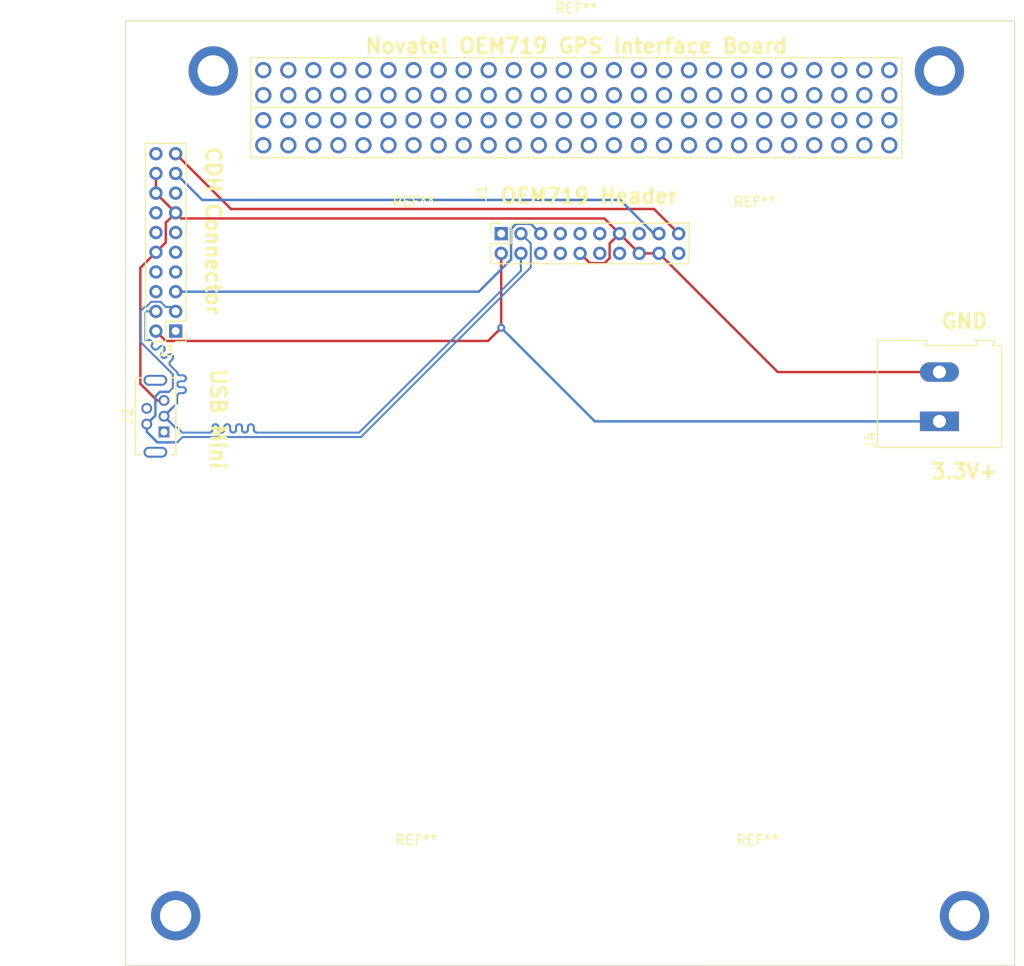
<source format=kicad_pcb>
(kicad_pcb (version 20171130) (host pcbnew "(5.1.6)-1")

  (general
    (thickness 1.6)
    (drawings 10)
    (tracks 353)
    (zones 0)
    (modules 9)
    (nets 31)
  )

  (page A4)
  (layers
    (0 F.Cu signal)
    (31 B.Cu signal)
    (32 B.Adhes user)
    (33 F.Adhes user)
    (34 B.Paste user)
    (35 F.Paste user)
    (36 B.SilkS user)
    (37 F.SilkS user)
    (38 B.Mask user)
    (39 F.Mask user)
    (40 Dwgs.User user)
    (41 Cmts.User user)
    (42 Eco1.User user)
    (43 Eco2.User user)
    (44 Edge.Cuts user)
    (45 Margin user)
    (46 B.CrtYd user)
    (47 F.CrtYd user)
    (48 B.Fab user)
    (49 F.Fab user)
  )

  (setup
    (last_trace_width 0.25)
    (trace_clearance 0.2)
    (zone_clearance 0.508)
    (zone_45_only no)
    (trace_min 0.2)
    (via_size 0.8)
    (via_drill 0.4)
    (via_min_size 0.4)
    (via_min_drill 0.3)
    (uvia_size 0.3)
    (uvia_drill 0.1)
    (uvias_allowed no)
    (uvia_min_size 0.2)
    (uvia_min_drill 0.1)
    (edge_width 0.05)
    (segment_width 0.2)
    (pcb_text_width 0.3)
    (pcb_text_size 1.5 1.5)
    (mod_edge_width 0.12)
    (mod_text_size 1 1)
    (mod_text_width 0.15)
    (pad_size 1.524 1.524)
    (pad_drill 0.762)
    (pad_to_mask_clearance 0.05)
    (aux_axis_origin 0 0)
    (visible_elements 7FFFFFFF)
    (pcbplotparams
      (layerselection 0x010fc_ffffffff)
      (usegerberextensions false)
      (usegerberattributes true)
      (usegerberadvancedattributes true)
      (creategerberjobfile true)
      (excludeedgelayer true)
      (linewidth 0.100000)
      (plotframeref false)
      (viasonmask false)
      (mode 1)
      (useauxorigin false)
      (hpglpennumber 1)
      (hpglpenspeed 20)
      (hpglpendiameter 15.000000)
      (psnegative false)
      (psa4output false)
      (plotreference true)
      (plotvalue true)
      (plotinvisibletext false)
      (padsonsilk false)
      (subtractmaskfromsilk false)
      (outputformat 1)
      (mirror false)
      (drillshape 0)
      (scaleselection 1)
      (outputdirectory "Gerbers/"))
  )

  (net 0 "")
  (net 1 "Net-(J1-Pad1)")
  (net 2 "Net-(J1-Pad2)")
  (net 3 "Net-(J1-Pad5)")
  (net 4 "Net-(J1-Pad6)")
  (net 5 "Net-(J1-Pad7)")
  (net 6 "Net-(J1-Pad8)")
  (net 7 "Net-(J1-Pad9)")
  (net 8 "Net-(J1-Pad10)")
  (net 9 "Net-(J1-Pad11)")
  (net 10 "Net-(J1-Pad12)")
  (net 11 "Net-(J1-Pad14)")
  (net 12 "Net-(J1-Pad15)")
  (net 13 "Net-(J1-Pad17)")
  (net 14 "Net-(J1-Pad19)")
  (net 15 "Net-(J1-Pad20)")
  (net 16 "Net-(J2-Pad1)")
  (net 17 "Net-(J2-Pad4)")
  (net 18 "Net-(J2-Pad6)")
  (net 19 "Net-(J3-Pad1)")
  (net 20 "Net-(J3-Pad6)")
  (net 21 "Net-(J3-Pad7)")
  (net 22 "Net-(J3-Pad8)")
  (net 23 "Net-(J3-Pad9)")
  (net 24 "Net-(J3-Pad11)")
  (net 25 "Net-(J3-Pad12)")
  (net 26 "Net-(J3-Pad14)")
  (net 27 "Net-(J3-Pad15)")
  (net 28 "Net-(J3-Pad20)")
  (net 29 USB2_P)
  (net 30 USB2_N)

  (net_class Default "This is the default net class."
    (clearance 0.2)
    (trace_width 0.25)
    (via_dia 0.8)
    (via_drill 0.4)
    (uvia_dia 0.3)
    (uvia_drill 0.1)
    (add_net "Net-(J1-Pad1)")
    (add_net "Net-(J1-Pad10)")
    (add_net "Net-(J1-Pad11)")
    (add_net "Net-(J1-Pad12)")
    (add_net "Net-(J1-Pad14)")
    (add_net "Net-(J1-Pad15)")
    (add_net "Net-(J1-Pad17)")
    (add_net "Net-(J1-Pad19)")
    (add_net "Net-(J1-Pad2)")
    (add_net "Net-(J1-Pad20)")
    (add_net "Net-(J1-Pad5)")
    (add_net "Net-(J1-Pad6)")
    (add_net "Net-(J1-Pad7)")
    (add_net "Net-(J1-Pad8)")
    (add_net "Net-(J1-Pad9)")
    (add_net "Net-(J2-Pad1)")
    (add_net "Net-(J2-Pad4)")
    (add_net "Net-(J2-Pad6)")
    (add_net "Net-(J3-Pad1)")
    (add_net "Net-(J3-Pad11)")
    (add_net "Net-(J3-Pad12)")
    (add_net "Net-(J3-Pad14)")
    (add_net "Net-(J3-Pad15)")
    (add_net "Net-(J3-Pad20)")
    (add_net "Net-(J3-Pad6)")
    (add_net "Net-(J3-Pad7)")
    (add_net "Net-(J3-Pad8)")
    (add_net "Net-(J3-Pad9)")
    (add_net USB2_N)
    (add_net USB2_P)
  )

  (net_class "USB Data" ""
    (clearance 0.1524)
    (trace_width 0.2)
    (via_dia 0.8)
    (via_drill 0.4)
    (uvia_dia 0.3)
    (uvia_drill 0.1)
    (diff_pair_width 0.77)
    (diff_pair_gap 0.1524)
  )

  (module "TSL Footprints:PC104_Card_Fixed" (layer F.Cu) (tedit 604BE4B7) (tstamp 60057601)
    (at 125.73 62.23)
    (fp_text reference REF** (at 45.72 -1.27) (layer F.SilkS)
      (effects (font (size 1 1) (thickness 0.15)))
    )
    (fp_text value "PC104 Card" (at 54.61 -1.27) (layer F.Fab)
      (effects (font (size 1 1) (thickness 0.15)))
    )
    (fp_line (start 78.74 13.89) (end 78.74 8.81) (layer F.SilkS) (width 0.12))
    (fp_line (start 12.7 13.89) (end 78.74 13.89) (layer F.SilkS) (width 0.12))
    (fp_line (start 12.7 8.81) (end 12.7 13.89) (layer F.SilkS) (width 0.12))
    (fp_line (start 12.7 8.81) (end 12.7 3.73) (layer F.SilkS) (width 0.12))
    (fp_line (start 78.74 8.81) (end 12.7 8.81) (layer F.SilkS) (width 0.12))
    (fp_line (start 78.74 3.73) (end 78.74 8.81) (layer F.SilkS) (width 0.12))
    (fp_line (start 12.7 3.73) (end 78.74 3.73) (layer F.SilkS) (width 0.12))
    (fp_line (start 0 0) (end 90.17 0) (layer F.SilkS) (width 0.12))
    (fp_line (start 90.17 0) (end 90.17 95.89) (layer F.SilkS) (width 0.12))
    (fp_line (start 0 0) (end 0 95.89) (layer F.SilkS) (width 0.12))
    (fp_line (start 0 95.89) (end 90.17 95.89) (layer F.SilkS) (width 0.12))
    (pad "" thru_hole circle (at 85.09 90.81) (size 5 5) (drill 3.18) (layers *.Cu *.Mask))
    (pad "" thru_hole circle (at 5.08 90.81) (size 5 5) (drill 3.18) (layers *.Cu *.Mask))
    (pad "" thru_hole circle (at 82.55 5.08) (size 5 5) (drill 3.18) (layers *.Cu *.Mask))
    (pad "" thru_hole circle (at 8.89 5.08) (size 5 5) (drill 3.18) (layers *.Cu *.Mask))
    (pad H2_1 thru_hole circle (at 13.97 7.54) (size 1.65 1.65) (drill 1.1) (layers *.Cu *.Mask))
    (pad H2_2 thru_hole circle (at 13.97 5) (size 1.65 1.65) (drill 1.1) (layers *.Cu *.Mask))
    (pad H2_3 thru_hole circle (at 16.51 7.54) (size 1.65 1.65) (drill 1.1) (layers *.Cu *.Mask))
    (pad H2_4 thru_hole circle (at 16.51 5) (size 1.65 1.65) (drill 1.1) (layers *.Cu *.Mask))
    (pad H2_5 thru_hole circle (at 19.05 7.54) (size 1.65 1.65) (drill 1.1) (layers *.Cu *.Mask))
    (pad H2_6 thru_hole circle (at 19.05 5) (size 1.65 1.65) (drill 1.1) (layers *.Cu *.Mask))
    (pad H2_7 thru_hole circle (at 21.59 7.54) (size 1.65 1.65) (drill 1.1) (layers *.Cu *.Mask))
    (pad H2_8 thru_hole circle (at 21.59 5) (size 1.65 1.65) (drill 1.1) (layers *.Cu *.Mask))
    (pad H2_9 thru_hole circle (at 24.13 7.54) (size 1.65 1.65) (drill 1.1) (layers *.Cu *.Mask))
    (pad H2_10 thru_hole circle (at 24.13 5) (size 1.65 1.65) (drill 1.1) (layers *.Cu *.Mask))
    (pad H2_11 thru_hole circle (at 26.67 7.54) (size 1.65 1.65) (drill 1.1) (layers *.Cu *.Mask))
    (pad H2_12 thru_hole circle (at 26.67 5) (size 1.65 1.65) (drill 1.1) (layers *.Cu *.Mask))
    (pad H2_13 thru_hole circle (at 29.21 7.54) (size 1.65 1.65) (drill 1.1) (layers *.Cu *.Mask))
    (pad H2_14 thru_hole circle (at 29.21 5) (size 1.65 1.65) (drill 1.1) (layers *.Cu *.Mask))
    (pad H2_15 thru_hole circle (at 31.75 7.54) (size 1.65 1.65) (drill 1.1) (layers *.Cu *.Mask))
    (pad H2_16 thru_hole circle (at 31.75 5) (size 1.65 1.65) (drill 1.1) (layers *.Cu *.Mask))
    (pad H2_17 thru_hole circle (at 34.29 7.54) (size 1.65 1.65) (drill 1.1) (layers *.Cu *.Mask))
    (pad H2_18 thru_hole circle (at 34.29 5) (size 1.65 1.65) (drill 1.1) (layers *.Cu *.Mask))
    (pad H2_19 thru_hole circle (at 36.83 7.54) (size 1.65 1.65) (drill 1.1) (layers *.Cu *.Mask))
    (pad H2_20 thru_hole circle (at 36.83 5) (size 1.65 1.65) (drill 1.1) (layers *.Cu *.Mask))
    (pad H2_21 thru_hole circle (at 39.37 7.54) (size 1.65 1.65) (drill 1.1) (layers *.Cu *.Mask))
    (pad H2_22 thru_hole circle (at 39.37 5) (size 1.65 1.65) (drill 1.1) (layers *.Cu *.Mask))
    (pad H2_23 thru_hole circle (at 41.91 7.54) (size 1.65 1.65) (drill 1.1) (layers *.Cu *.Mask))
    (pad H2_24 thru_hole circle (at 41.91 5) (size 1.65 1.65) (drill 1.1) (layers *.Cu *.Mask))
    (pad H2_25 thru_hole circle (at 44.45 7.54) (size 1.65 1.65) (drill 1.1) (layers *.Cu *.Mask))
    (pad H2_26 thru_hole circle (at 44.45 5) (size 1.65 1.65) (drill 1.1) (layers *.Cu *.Mask))
    (pad H2_27 thru_hole circle (at 46.99 7.54) (size 1.65 1.65) (drill 1.1) (layers *.Cu *.Mask))
    (pad H2_28 thru_hole circle (at 46.99 5) (size 1.65 1.65) (drill 1.1) (layers *.Cu *.Mask))
    (pad H2_29 thru_hole circle (at 49.53 7.54) (size 1.65 1.65) (drill 1.1) (layers *.Cu *.Mask))
    (pad H2_30 thru_hole circle (at 49.53 5) (size 1.65 1.65) (drill 1.1) (layers *.Cu *.Mask))
    (pad H2_31 thru_hole circle (at 52.07 7.54) (size 1.65 1.65) (drill 1.1) (layers *.Cu *.Mask))
    (pad H2_32 thru_hole circle (at 52.07 5) (size 1.65 1.65) (drill 1.1) (layers *.Cu *.Mask))
    (pad H2_33 thru_hole circle (at 54.61 7.54) (size 1.65 1.65) (drill 1.1) (layers *.Cu *.Mask))
    (pad H2_34 thru_hole circle (at 54.61 5) (size 1.65 1.65) (drill 1.1) (layers *.Cu *.Mask))
    (pad H2_35 thru_hole circle (at 57.15 7.54) (size 1.65 1.65) (drill 1.1) (layers *.Cu *.Mask))
    (pad H2_36 thru_hole circle (at 57.15 5) (size 1.65 1.65) (drill 1.1) (layers *.Cu *.Mask))
    (pad H2_37 thru_hole circle (at 59.69 7.54) (size 1.65 1.65) (drill 1.1) (layers *.Cu *.Mask))
    (pad H2_38 thru_hole circle (at 59.69 5) (size 1.65 1.65) (drill 1.1) (layers *.Cu *.Mask))
    (pad H2_39 thru_hole circle (at 62.23 7.54) (size 1.65 1.65) (drill 1.1) (layers *.Cu *.Mask))
    (pad H2_40 thru_hole circle (at 62.23 5) (size 1.65 1.65) (drill 1.1) (layers *.Cu *.Mask))
    (pad H2_41 thru_hole circle (at 64.77 7.54) (size 1.65 1.65) (drill 1.1) (layers *.Cu *.Mask))
    (pad H2_42 thru_hole circle (at 64.77 5) (size 1.65 1.65) (drill 1.1) (layers *.Cu *.Mask))
    (pad H2_43 thru_hole circle (at 67.31 7.54) (size 1.65 1.65) (drill 1.1) (layers *.Cu *.Mask))
    (pad H2_44 thru_hole circle (at 67.31 5) (size 1.65 1.65) (drill 1.1) (layers *.Cu *.Mask))
    (pad H2_45 thru_hole circle (at 69.85 7.54) (size 1.65 1.65) (drill 1.1) (layers *.Cu *.Mask))
    (pad H2_46 thru_hole circle (at 69.85 5) (size 1.65 1.65) (drill 1.1) (layers *.Cu *.Mask))
    (pad H2_47 thru_hole circle (at 72.39 7.54) (size 1.65 1.65) (drill 1.1) (layers *.Cu *.Mask))
    (pad H2_48 thru_hole circle (at 72.39 5) (size 1.65 1.65) (drill 1.1) (layers *.Cu *.Mask))
    (pad H2_49 thru_hole circle (at 74.93 7.54) (size 1.65 1.65) (drill 1.1) (layers *.Cu *.Mask))
    (pad H2_50 thru_hole circle (at 74.93 5) (size 1.65 1.65) (drill 1.1) (layers *.Cu *.Mask))
    (pad H2_51 thru_hole circle (at 77.47 7.54) (size 1.65 1.65) (drill 1.1) (layers *.Cu *.Mask))
    (pad H2_52 thru_hole circle (at 77.47 5) (size 1.65 1.65) (drill 1.1) (layers *.Cu *.Mask))
    (pad H1_51 thru_hole circle (at 77.47 12.62) (size 1.65 1.65) (drill 1.1) (layers *.Cu *.Mask))
    (pad H1_41 thru_hole circle (at 64.77 12.62) (size 1.65 1.65) (drill 1.1) (layers *.Cu *.Mask))
    (pad H1_40 thru_hole circle (at 62.23 10.08) (size 1.65 1.65) (drill 1.1) (layers *.Cu *.Mask))
    (pad H1_42 thru_hole circle (at 64.77 10.08) (size 1.65 1.65) (drill 1.1) (layers *.Cu *.Mask))
    (pad H1_44 thru_hole circle (at 67.31 10.08) (size 1.65 1.65) (drill 1.1) (layers *.Cu *.Mask))
    (pad H1_43 thru_hole circle (at 67.31 12.62) (size 1.65 1.65) (drill 1.1) (layers *.Cu *.Mask))
    (pad H1_45 thru_hole circle (at 69.85 12.62) (size 1.65 1.65) (drill 1.1) (layers *.Cu *.Mask))
    (pad H1_46 thru_hole circle (at 69.85 10.08) (size 1.65 1.65) (drill 1.1) (layers *.Cu *.Mask))
    (pad H1_47 thru_hole circle (at 72.39 12.62) (size 1.65 1.65) (drill 1.1) (layers *.Cu *.Mask))
    (pad H1_48 thru_hole circle (at 72.39 10.08) (size 1.65 1.65) (drill 1.1) (layers *.Cu *.Mask))
    (pad H1_49 thru_hole circle (at 74.93 12.62) (size 1.65 1.65) (drill 1.1) (layers *.Cu *.Mask))
    (pad H1_50 thru_hole circle (at 74.93 10.08) (size 1.65 1.65) (drill 1.1) (layers *.Cu *.Mask))
    (pad H1_1 thru_hole circle (at 13.97 12.62) (size 1.65 1.65) (drill 1.1) (layers *.Cu *.Mask))
    (pad H1_23 thru_hole circle (at 41.91 12.62) (size 1.65 1.65) (drill 1.1) (layers *.Cu *.Mask))
    (pad H1_24 thru_hole circle (at 41.91 10.08) (size 1.65 1.65) (drill 1.1) (layers *.Cu *.Mask))
    (pad H1_7 thru_hole circle (at 21.59 12.62) (size 1.65 1.65) (drill 1.1) (layers *.Cu *.Mask))
    (pad H1_10 thru_hole circle (at 24.13 10.08) (size 1.65 1.65) (drill 1.1) (layers *.Cu *.Mask))
    (pad H1_25 thru_hole circle (at 44.45 12.62) (size 1.65 1.65) (drill 1.1) (layers *.Cu *.Mask))
    (pad H1_26 thru_hole circle (at 44.45 10.08) (size 1.65 1.65) (drill 1.1) (layers *.Cu *.Mask))
    (pad H1_17 thru_hole circle (at 34.29 12.62) (size 1.65 1.65) (drill 1.1) (layers *.Cu *.Mask))
    (pad H1_19 thru_hole circle (at 36.83 12.62) (size 1.65 1.65) (drill 1.1) (layers *.Cu *.Mask))
    (pad H1_20 thru_hole circle (at 36.83 10.08) (size 1.65 1.65) (drill 1.1) (layers *.Cu *.Mask))
    (pad H1_3 thru_hole circle (at 16.51 12.62) (size 1.65 1.65) (drill 1.1) (layers *.Cu *.Mask))
    (pad H1_6 thru_hole circle (at 19.05 10.08) (size 1.65 1.65) (drill 1.1) (layers *.Cu *.Mask))
    (pad H1_15 thru_hole circle (at 31.75 12.62) (size 1.65 1.65) (drill 1.1) (layers *.Cu *.Mask))
    (pad H1_21 thru_hole circle (at 39.37 12.62) (size 1.65 1.65) (drill 1.1) (layers *.Cu *.Mask))
    (pad H1_13 thru_hole circle (at 29.21 12.62) (size 1.65 1.65) (drill 1.1) (layers *.Cu *.Mask))
    (pad H1_18 thru_hole circle (at 34.29 10.08) (size 1.65 1.65) (drill 1.1) (layers *.Cu *.Mask))
    (pad H1_2 thru_hole circle (at 13.97 10.08) (size 1.65 1.65) (drill 1.1) (layers *.Cu *.Mask))
    (pad H1_4 thru_hole circle (at 16.51 10.08) (size 1.65 1.65) (drill 1.1) (layers *.Cu *.Mask))
    (pad H1_9 thru_hole circle (at 24.13 12.62) (size 1.65 1.65) (drill 1.1) (layers *.Cu *.Mask))
    (pad H1_22 thru_hole circle (at 39.37 10.08) (size 1.65 1.65) (drill 1.1) (layers *.Cu *.Mask))
    (pad H1_12 thru_hole circle (at 26.67 10.08) (size 1.65 1.65) (drill 1.1) (layers *.Cu *.Mask))
    (pad H1_14 thru_hole circle (at 29.21 10.08) (size 1.65 1.65) (drill 1.1) (layers *.Cu *.Mask))
    (pad H1_16 thru_hole circle (at 31.75 10.08) (size 1.65 1.65) (drill 1.1) (layers *.Cu *.Mask))
    (pad H1_8 thru_hole circle (at 21.59 10.08) (size 1.65 1.65) (drill 1.1) (layers *.Cu *.Mask))
    (pad H1_11 thru_hole circle (at 26.67 12.62) (size 1.65 1.65) (drill 1.1) (layers *.Cu *.Mask))
    (pad H1_5 thru_hole circle (at 19.05 12.62) (size 1.65 1.65) (drill 1.1) (layers *.Cu *.Mask))
    (pad H1_27 thru_hole circle (at 46.99 12.62) (size 1.65 1.65) (drill 1.1) (layers *.Cu *.Mask))
    (pad H1_28 thru_hole circle (at 46.99 10.08) (size 1.65 1.65) (drill 1.1) (layers *.Cu *.Mask))
    (pad H1_30 thru_hole circle (at 49.53 10.08) (size 1.65 1.65) (drill 1.1) (layers *.Cu *.Mask))
    (pad H1_29 thru_hole circle (at 49.53 12.62) (size 1.65 1.65) (drill 1.1) (layers *.Cu *.Mask))
    (pad H1_31 thru_hole circle (at 52.07 12.62) (size 1.65 1.65) (drill 1.1) (layers *.Cu *.Mask))
    (pad H1_32 thru_hole circle (at 52.07 10.08) (size 1.65 1.65) (drill 1.1) (layers *.Cu *.Mask))
    (pad H1_33 thru_hole circle (at 54.61 12.62) (size 1.65 1.65) (drill 1.1) (layers *.Cu *.Mask))
    (pad H1_35 thru_hole circle (at 57.15 12.62) (size 1.65 1.65) (drill 1.1) (layers *.Cu *.Mask))
    (pad H1_34 thru_hole circle (at 54.61 10.08) (size 1.65 1.65) (drill 1.1) (layers *.Cu *.Mask))
    (pad H1_36 thru_hole circle (at 57.15 10.08) (size 1.65 1.65) (drill 1.1) (layers *.Cu *.Mask))
    (pad H1_37 thru_hole circle (at 59.69 12.62) (size 1.65 1.65) (drill 1.1) (layers *.Cu *.Mask))
    (pad H1_38 thru_hole circle (at 59.69 10.08) (size 1.65 1.65) (drill 1.1) (layers *.Cu *.Mask))
    (pad H1_39 thru_hole circle (at 62.23 12.62) (size 1.65 1.65) (drill 1.1) (layers *.Cu *.Mask))
    (pad H1_52 thru_hole circle (at 77.47 10.08) (size 1.65 1.65) (drill 1.1) (layers *.Cu *.Mask))
  )

  (module Connector_USB:USB_Mini-B_Tensility_54-00023_Vertical (layer F.Cu) (tedit 5A24F112) (tstamp 600570C3)
    (at 129.63 103.95 90)
    (descr http://www.tensility.com/pdffiles/54-00023.pdf)
    (tags "usb mini receptacle vertical")
    (path /6005C98A)
    (fp_text reference J2 (at 1.6 -3.7 90) (layer F.SilkS)
      (effects (font (size 1 1) (thickness 0.15)))
    )
    (fp_text value USB_B_Mini (at 1.5 2.2 90) (layer F.Fab)
      (effects (font (size 1 1) (thickness 0.15)))
    )
    (fp_line (start 5.5 -2.9) (end 5.5 -2.3) (layer F.SilkS) (width 0.15))
    (fp_line (start 6 -3.2) (end -2.8 -3.2) (layer F.CrtYd) (width 0.05))
    (fp_line (start 6 1.5) (end 6 -3.2) (layer F.CrtYd) (width 0.05))
    (fp_line (start -2.8 1.5) (end 6 1.5) (layer F.CrtYd) (width 0.05))
    (fp_line (start -2.8 -3.2) (end -2.8 1.5) (layer F.CrtYd) (width 0.05))
    (fp_line (start -2.3 -2.3) (end -2.3 -2.9) (layer F.SilkS) (width 0.15))
    (fp_line (start 5.5 1.2) (end 5.5 0.6) (layer F.SilkS) (width 0.15))
    (fp_line (start -2.3 1.2) (end 5.5 1.2) (layer F.SilkS) (width 0.15))
    (fp_line (start -2.3 0.6) (end -2.3 1.2) (layer F.SilkS) (width 0.15))
    (fp_line (start -2.3 -2.9) (end 5.5 -2.9) (layer F.SilkS) (width 0.15))
    (fp_line (start -2 0.9) (end -2 -2.6) (layer F.Fab) (width 0.15))
    (fp_line (start 5.2 -2.6) (end -2 -2.6) (layer F.Fab) (width 0.15))
    (fp_line (start 5.2 -2.6) (end 5.2 0.9) (layer F.Fab) (width 0.15))
    (fp_line (start 0.7 0.9) (end 5.2 0.9) (layer F.Fab) (width 0.15))
    (fp_line (start 0 0.2) (end 0.7 0.9) (layer F.Fab) (width 0.15))
    (fp_line (start -0.7 0.9) (end 0 0.2) (layer F.Fab) (width 0.15))
    (fp_line (start -2 0.9) (end -0.7 0.9) (layer F.Fab) (width 0.15))
    (fp_line (start -0.5 1.5) (end 0.5 1.5) (layer F.SilkS) (width 0.15))
    (fp_text user %R (at 1.5 -1 90) (layer F.Fab)
      (effects (font (size 1 1) (thickness 0.15)))
    )
    (pad 1 thru_hole rect (at 0 0 90) (size 1.1 1.1) (drill 0.7) (layers *.Cu *.Mask)
      (net 16 "Net-(J2-Pad1)"))
    (pad 2 thru_hole circle (at 0.8 -1.75 90) (size 1.1 1.1) (drill 0.7) (layers *.Cu *.Mask)
      (net 30 USB2_N))
    (pad 3 thru_hole circle (at 1.6 0 90) (size 1.1 1.1) (drill 0.7) (layers *.Cu *.Mask)
      (net 29 USB2_P))
    (pad 4 thru_hole circle (at 2.4 -1.75 90) (size 1.1 1.1) (drill 0.7) (layers *.Cu *.Mask)
      (net 17 "Net-(J2-Pad4)"))
    (pad 5 thru_hole circle (at 3.2 0 90) (size 1.1 1.1) (drill 0.7) (layers *.Cu *.Mask)
      (net 8 "Net-(J1-Pad10)"))
    (pad 6 thru_hole oval (at -2.05 -0.875 90) (size 1.1 2.4) (drill oval 0.7 2) (layers *.Cu *.Mask)
      (net 18 "Net-(J2-Pad6)"))
    (pad 6 thru_hole oval (at 5.25 -0.875 90) (size 1.1 2.4) (drill oval 0.7 2) (layers *.Cu *.Mask)
      (net 18 "Net-(J2-Pad6)"))
    (model ${KISYS3DMOD}/Connector_USB.3dshapes/USB_Mini-B_Tensility_54-00023_Vertical.wrl
      (at (xyz 0 0 0))
      (scale (xyz 1 1 1))
      (rotate (xyz 0 0 0))
    )
  )

  (module Socket_Strips:Socket_Strip_Straight_2x10_Pitch2.00mm (layer F.Cu) (tedit 58CD5450) (tstamp 60610AB3)
    (at 163.83 83.82 90)
    (descr "Through hole straight socket strip, 2x10, 2.00mm pitch, double rows")
    (tags "Through hole socket strip THT 2x10 2.00mm double row")
    (path /6005BB7D)
    (fp_text reference J1 (at 4.1 -2 90) (layer F.SilkS)
      (effects (font (size 1 1) (thickness 0.15)))
    )
    (fp_text value "OEM719 Main Header" (at 4.1 20 90) (layer F.Fab)
      (effects (font (size 1 1) (thickness 0.15)))
    )
    (fp_line (start 1.5 -1.5) (end -3.5 -1.5) (layer F.CrtYd) (width 0.05))
    (fp_line (start 1.5 19.5) (end 1.5 -1.5) (layer F.CrtYd) (width 0.05))
    (fp_line (start -3.5 19.5) (end 1.5 19.5) (layer F.CrtYd) (width 0.05))
    (fp_line (start -3.5 -1.5) (end -3.5 19.5) (layer F.CrtYd) (width 0.05))
    (fp_line (start 1.06 -1.06) (end 0.06 -1.06) (layer F.SilkS) (width 0.12))
    (fp_line (start 1.06 0) (end 1.06 -1.06) (layer F.SilkS) (width 0.12))
    (fp_line (start -1 1) (end 1.06 1) (layer F.SilkS) (width 0.12))
    (fp_line (start -1 -1.06) (end -1 1) (layer F.SilkS) (width 0.12))
    (fp_line (start -3.06 -1.06) (end -1 -1.06) (layer F.SilkS) (width 0.12))
    (fp_line (start -3.06 19.06) (end -3.06 -1.06) (layer F.SilkS) (width 0.12))
    (fp_line (start 1.06 19.06) (end -3.06 19.06) (layer F.SilkS) (width 0.12))
    (fp_line (start 1.06 1) (end 1.06 19.06) (layer F.SilkS) (width 0.12))
    (fp_line (start 1 -1) (end -3 -1) (layer F.Fab) (width 0.1))
    (fp_line (start 1 19) (end 1 -1) (layer F.Fab) (width 0.1))
    (fp_line (start -3 19) (end 1 19) (layer F.Fab) (width 0.1))
    (fp_line (start -3 -1) (end -3 19) (layer F.Fab) (width 0.1))
    (fp_text user %R (at 4.25 9) (layer F.Fab)
      (effects (font (size 0.9 0.9) (thickness 0.135)))
    )
    (pad 20 thru_hole oval (at -2 18 90) (size 1.35 1.35) (drill 0.8) (layers *.Cu *.Mask)
      (net 15 "Net-(J1-Pad20)"))
    (pad 19 thru_hole oval (at 0 18 90) (size 1.35 1.35) (drill 0.8) (layers *.Cu *.Mask)
      (net 14 "Net-(J1-Pad19)"))
    (pad 18 thru_hole oval (at -2 16 90) (size 1.35 1.35) (drill 0.8) (layers *.Cu *.Mask)
      (net 8 "Net-(J1-Pad10)"))
    (pad 17 thru_hole oval (at 0 16 90) (size 1.35 1.35) (drill 0.8) (layers *.Cu *.Mask)
      (net 13 "Net-(J1-Pad17)"))
    (pad 16 thru_hole oval (at -2 14 90) (size 1.35 1.35) (drill 0.8) (layers *.Cu *.Mask)
      (net 8 "Net-(J1-Pad10)"))
    (pad 15 thru_hole oval (at 0 14 90) (size 1.35 1.35) (drill 0.8) (layers *.Cu *.Mask)
      (net 12 "Net-(J1-Pad15)"))
    (pad 14 thru_hole oval (at -2 12 90) (size 1.35 1.35) (drill 0.8) (layers *.Cu *.Mask)
      (net 11 "Net-(J1-Pad14)"))
    (pad 13 thru_hole oval (at 0 12 90) (size 1.35 1.35) (drill 0.8) (layers *.Cu *.Mask)
      (net 8 "Net-(J1-Pad10)"))
    (pad 12 thru_hole oval (at -2 10 90) (size 1.35 1.35) (drill 0.8) (layers *.Cu *.Mask)
      (net 10 "Net-(J1-Pad12)"))
    (pad 11 thru_hole oval (at 0 10 90) (size 1.35 1.35) (drill 0.8) (layers *.Cu *.Mask)
      (net 9 "Net-(J1-Pad11)"))
    (pad 10 thru_hole oval (at -2 8 90) (size 1.35 1.35) (drill 0.8) (layers *.Cu *.Mask)
      (net 8 "Net-(J1-Pad10)"))
    (pad 9 thru_hole oval (at 0 8 90) (size 1.35 1.35) (drill 0.8) (layers *.Cu *.Mask)
      (net 7 "Net-(J1-Pad9)"))
    (pad 8 thru_hole oval (at -2 6 90) (size 1.35 1.35) (drill 0.8) (layers *.Cu *.Mask)
      (net 6 "Net-(J1-Pad8)"))
    (pad 7 thru_hole oval (at 0 6 90) (size 1.35 1.35) (drill 0.8) (layers *.Cu *.Mask)
      (net 5 "Net-(J1-Pad7)"))
    (pad 6 thru_hole oval (at -2 4 90) (size 1.35 1.35) (drill 0.8) (layers *.Cu *.Mask)
      (net 4 "Net-(J1-Pad6)"))
    (pad 5 thru_hole oval (at 0 4 90) (size 1.35 1.35) (drill 0.8) (layers *.Cu *.Mask)
      (net 3 "Net-(J1-Pad5)"))
    (pad 4 thru_hole oval (at -2 2 90) (size 1.35 1.35) (drill 0.8) (layers *.Cu *.Mask)
      (net 29 USB2_P))
    (pad 3 thru_hole oval (at 0 2 90) (size 1.35 1.35) (drill 0.8) (layers *.Cu *.Mask)
      (net 30 USB2_N))
    (pad 2 thru_hole oval (at -2 0 90) (size 1.35 1.35) (drill 0.8) (layers *.Cu *.Mask)
      (net 2 "Net-(J1-Pad2)"))
    (pad 1 thru_hole rect (at 0 0 90) (size 1.35 1.35) (drill 0.8) (layers *.Cu *.Mask)
      (net 1 "Net-(J1-Pad1)"))
    (model ${KISYS3DMOD}/Socket_Strips.3dshapes/Socket_Strip_Straight_2x10_Pitch2.00mm.wrl
      (at (xyz 0 0 0))
      (scale (xyz 1 1 1))
      (rotate (xyz 0 0 0))
    )
  )

  (module MountingHole:MountingHole_3.5mm (layer F.Cu) (tedit 56D1B4CB) (tstamp 600588E8)
    (at 189.83 149.86)
    (descr "Mounting Hole 3.5mm, no annular")
    (tags "mounting hole 3.5mm no annular")
    (attr virtual)
    (fp_text reference REF** (at 0 -4.5) (layer F.SilkS)
      (effects (font (size 1 1) (thickness 0.15)))
    )
    (fp_text value MountingHole_3.5mm (at 0 4.5) (layer F.Fab)
      (effects (font (size 1 1) (thickness 0.15)))
    )
    (fp_circle (center 0 0) (end 3.5 0) (layer Cmts.User) (width 0.15))
    (fp_circle (center 0 0) (end 3.75 0) (layer F.CrtYd) (width 0.05))
    (fp_text user %R (at 0.3 0) (layer F.Fab)
      (effects (font (size 1 1) (thickness 0.15)))
    )
    (pad 1 np_thru_hole circle (at 0 0) (size 3.5 3.5) (drill 3.5) (layers *.Cu *.Mask))
  )

  (module MountingHole:MountingHole_3.5mm (layer F.Cu) (tedit 56D1B4CB) (tstamp 600588CB)
    (at 155.24 149.86)
    (descr "Mounting Hole 3.5mm, no annular")
    (tags "mounting hole 3.5mm no annular")
    (attr virtual)
    (fp_text reference REF** (at 0 -4.5) (layer F.SilkS)
      (effects (font (size 1 1) (thickness 0.15)))
    )
    (fp_text value MountingHole_3.5mm (at 0 4.5) (layer F.Fab)
      (effects (font (size 1 1) (thickness 0.15)))
    )
    (fp_circle (center 0 0) (end 3.5 0) (layer Cmts.User) (width 0.15))
    (fp_circle (center 0 0) (end 3.75 0) (layer F.CrtYd) (width 0.05))
    (fp_text user %R (at 0.3 0) (layer F.Fab)
      (effects (font (size 1 1) (thickness 0.15)))
    )
    (pad 1 np_thru_hole circle (at 0 0) (size 3.5 3.5) (drill 3.5) (layers *.Cu *.Mask))
  )

  (module MountingHole:MountingHole_3.5mm (layer F.Cu) (tedit 56D1B4CB) (tstamp 600588AE)
    (at 189.53 85.09)
    (descr "Mounting Hole 3.5mm, no annular")
    (tags "mounting hole 3.5mm no annular")
    (attr virtual)
    (fp_text reference REF** (at 0 -4.5) (layer F.SilkS)
      (effects (font (size 1 1) (thickness 0.15)))
    )
    (fp_text value MountingHole_3.5mm (at 0 4.5) (layer F.Fab)
      (effects (font (size 1 1) (thickness 0.15)))
    )
    (fp_circle (center 0 0) (end 3.5 0) (layer Cmts.User) (width 0.15))
    (fp_circle (center 0 0) (end 3.75 0) (layer F.CrtYd) (width 0.05))
    (fp_text user %R (at 0.3 0) (layer F.Fab)
      (effects (font (size 1 1) (thickness 0.15)))
    )
    (pad 1 np_thru_hole circle (at 0 0) (size 3.5 3.5) (drill 3.5) (layers *.Cu *.Mask))
  )

  (module MountingHole:MountingHole_3.5mm (layer F.Cu) (tedit 56D1B4CB) (tstamp 60058891)
    (at 154.94 85.09)
    (descr "Mounting Hole 3.5mm, no annular")
    (tags "mounting hole 3.5mm no annular")
    (attr virtual)
    (fp_text reference REF** (at 0 -4.5) (layer F.SilkS)
      (effects (font (size 1 1) (thickness 0.15)))
    )
    (fp_text value MountingHole_3.5mm (at 0 4.5) (layer F.Fab)
      (effects (font (size 1 1) (thickness 0.15)))
    )
    (fp_circle (center 0 0) (end 3.5 0) (layer Cmts.User) (width 0.15))
    (fp_circle (center 0 0) (end 3.75 0) (layer F.CrtYd) (width 0.05))
    (fp_text user %R (at 0.3 0) (layer F.Fab)
      (effects (font (size 1 1) (thickness 0.15)))
    )
    (pad 1 np_thru_hole circle (at 0 0) (size 3.5 3.5) (drill 3.5) (layers *.Cu *.Mask))
  )

  (module TerminalBlock:TerminalBlock_Altech_AK300-2_P5.00mm (layer F.Cu) (tedit 59FF0306) (tstamp 6005712A)
    (at 208.28 102.87 90)
    (descr "Altech AK300 terminal block, pitch 5.0mm, 45 degree angled, see http://www.mouser.com/ds/2/16/PCBMETRC-24178.pdf")
    (tags "Altech AK300 terminal block pitch 5.0mm")
    (path /6005D81A)
    (fp_text reference J4 (at -1.92 -6.99 90) (layer F.SilkS)
      (effects (font (size 1 1) (thickness 0.15)))
    )
    (fp_text value "Power Terminal" (at 2.78 7.75 90) (layer F.Fab)
      (effects (font (size 1 1) (thickness 0.15)))
    )
    (fp_line (start 8.36 6.47) (end -2.83 6.47) (layer F.CrtYd) (width 0.05))
    (fp_line (start 8.36 6.47) (end 8.36 -6.47) (layer F.CrtYd) (width 0.05))
    (fp_line (start -2.83 -6.47) (end -2.83 6.47) (layer F.CrtYd) (width 0.05))
    (fp_line (start -2.83 -6.47) (end 8.36 -6.47) (layer F.CrtYd) (width 0.05))
    (fp_line (start 3.36 -0.25) (end 6.67 -0.25) (layer F.Fab) (width 0.1))
    (fp_line (start 2.98 -0.25) (end 3.36 -0.25) (layer F.Fab) (width 0.1))
    (fp_line (start 7.05 -0.25) (end 6.67 -0.25) (layer F.Fab) (width 0.1))
    (fp_line (start 6.67 -0.64) (end 3.36 -0.64) (layer F.Fab) (width 0.1))
    (fp_line (start 7.61 -0.64) (end 6.67 -0.64) (layer F.Fab) (width 0.1))
    (fp_line (start 1.66 -0.64) (end 3.36 -0.64) (layer F.Fab) (width 0.1))
    (fp_line (start -1.64 -0.64) (end 1.66 -0.64) (layer F.Fab) (width 0.1))
    (fp_line (start -2.58 -0.64) (end -1.64 -0.64) (layer F.Fab) (width 0.1))
    (fp_line (start 1.66 -0.25) (end -1.64 -0.25) (layer F.Fab) (width 0.1))
    (fp_line (start 2.04 -0.25) (end 1.66 -0.25) (layer F.Fab) (width 0.1))
    (fp_line (start -2.02 -0.25) (end -1.64 -0.25) (layer F.Fab) (width 0.1))
    (fp_line (start -1.49 -4.32) (end 1.56 -4.95) (layer F.Fab) (width 0.1))
    (fp_line (start -1.62 -4.45) (end 1.44 -5.08) (layer F.Fab) (width 0.1))
    (fp_line (start 3.52 -4.32) (end 6.56 -4.95) (layer F.Fab) (width 0.1))
    (fp_line (start 3.39 -4.45) (end 6.44 -5.08) (layer F.Fab) (width 0.1))
    (fp_line (start 2.04 -5.97) (end -2.02 -5.97) (layer F.Fab) (width 0.1))
    (fp_line (start -2.02 -3.43) (end -2.02 -5.97) (layer F.Fab) (width 0.1))
    (fp_line (start 2.04 -3.43) (end -2.02 -3.43) (layer F.Fab) (width 0.1))
    (fp_line (start 2.04 -3.43) (end 2.04 -5.97) (layer F.Fab) (width 0.1))
    (fp_line (start 7.05 -3.43) (end 2.98 -3.43) (layer F.Fab) (width 0.1))
    (fp_line (start 7.05 -5.97) (end 7.05 -3.43) (layer F.Fab) (width 0.1))
    (fp_line (start 2.98 -5.97) (end 7.05 -5.97) (layer F.Fab) (width 0.1))
    (fp_line (start 2.98 -3.43) (end 2.98 -5.97) (layer F.Fab) (width 0.1))
    (fp_line (start 7.61 -3.17) (end 7.61 -1.65) (layer F.Fab) (width 0.1))
    (fp_line (start -2.58 -3.17) (end -2.58 -6.22) (layer F.Fab) (width 0.1))
    (fp_line (start -2.58 -3.17) (end 7.61 -3.17) (layer F.Fab) (width 0.1))
    (fp_line (start 7.61 -0.64) (end 7.61 4.06) (layer F.Fab) (width 0.1))
    (fp_line (start 7.61 -1.65) (end 7.61 -0.64) (layer F.Fab) (width 0.1))
    (fp_line (start -2.58 -0.64) (end -2.58 -3.17) (layer F.Fab) (width 0.1))
    (fp_line (start -2.58 6.22) (end -2.58 -0.64) (layer F.Fab) (width 0.1))
    (fp_line (start 6.67 0.51) (end 6.28 0.51) (layer F.Fab) (width 0.1))
    (fp_line (start 3.36 0.51) (end 3.74 0.51) (layer F.Fab) (width 0.1))
    (fp_line (start 1.66 0.51) (end 1.28 0.51) (layer F.Fab) (width 0.1))
    (fp_line (start -1.64 0.51) (end -1.26 0.51) (layer F.Fab) (width 0.1))
    (fp_line (start -1.64 3.68) (end -1.64 0.51) (layer F.Fab) (width 0.1))
    (fp_line (start 1.66 3.68) (end -1.64 3.68) (layer F.Fab) (width 0.1))
    (fp_line (start 1.66 3.68) (end 1.66 0.51) (layer F.Fab) (width 0.1))
    (fp_line (start 3.36 3.68) (end 3.36 0.51) (layer F.Fab) (width 0.1))
    (fp_line (start 6.67 3.68) (end 3.36 3.68) (layer F.Fab) (width 0.1))
    (fp_line (start 6.67 3.68) (end 6.67 0.51) (layer F.Fab) (width 0.1))
    (fp_line (start -2.02 4.32) (end -2.02 6.22) (layer F.Fab) (width 0.1))
    (fp_line (start 2.04 4.32) (end 2.04 -0.25) (layer F.Fab) (width 0.1))
    (fp_line (start 2.04 4.32) (end -2.02 4.32) (layer F.Fab) (width 0.1))
    (fp_line (start 7.05 4.32) (end 7.05 6.22) (layer F.Fab) (width 0.1))
    (fp_line (start 2.98 4.32) (end 2.98 -0.25) (layer F.Fab) (width 0.1))
    (fp_line (start 2.98 4.32) (end 7.05 4.32) (layer F.Fab) (width 0.1))
    (fp_line (start -2.02 6.22) (end 2.04 6.22) (layer F.Fab) (width 0.1))
    (fp_line (start -2.58 6.22) (end -2.02 6.22) (layer F.Fab) (width 0.1))
    (fp_line (start -2.02 -0.25) (end -2.02 4.32) (layer F.Fab) (width 0.1))
    (fp_line (start 2.04 6.22) (end 2.98 6.22) (layer F.Fab) (width 0.1))
    (fp_line (start 2.04 6.22) (end 2.04 4.32) (layer F.Fab) (width 0.1))
    (fp_line (start 7.05 6.22) (end 7.61 6.22) (layer F.Fab) (width 0.1))
    (fp_line (start 2.98 6.22) (end 7.05 6.22) (layer F.Fab) (width 0.1))
    (fp_line (start 7.05 -0.25) (end 7.05 4.32) (layer F.Fab) (width 0.1))
    (fp_line (start 2.98 6.22) (end 2.98 4.32) (layer F.Fab) (width 0.1))
    (fp_line (start 8.11 3.81) (end 8.11 5.46) (layer F.Fab) (width 0.1))
    (fp_line (start 7.61 4.06) (end 7.61 5.21) (layer F.Fab) (width 0.1))
    (fp_line (start 8.11 3.81) (end 7.61 4.06) (layer F.Fab) (width 0.1))
    (fp_line (start 7.61 5.21) (end 7.61 6.22) (layer F.Fab) (width 0.1))
    (fp_line (start 8.11 5.46) (end 7.61 5.21) (layer F.Fab) (width 0.1))
    (fp_line (start 8.11 -1.4) (end 7.61 -1.65) (layer F.Fab) (width 0.1))
    (fp_line (start 8.11 -6.22) (end 8.11 -1.4) (layer F.Fab) (width 0.1))
    (fp_line (start 7.61 -6.22) (end 8.11 -6.22) (layer F.Fab) (width 0.1))
    (fp_line (start 7.61 -6.22) (end -2.58 -6.22) (layer F.Fab) (width 0.1))
    (fp_line (start 7.61 -6.22) (end 7.61 -3.17) (layer F.Fab) (width 0.1))
    (fp_line (start 3.74 2.54) (end 3.74 -0.25) (layer F.Fab) (width 0.1))
    (fp_line (start 3.74 -0.25) (end 6.28 -0.25) (layer F.Fab) (width 0.1))
    (fp_line (start 6.28 2.54) (end 6.28 -0.25) (layer F.Fab) (width 0.1))
    (fp_line (start 3.74 2.54) (end 6.28 2.54) (layer F.Fab) (width 0.1))
    (fp_line (start -1.26 2.54) (end -1.26 -0.25) (layer F.Fab) (width 0.1))
    (fp_line (start -1.26 -0.25) (end 1.28 -0.25) (layer F.Fab) (width 0.1))
    (fp_line (start 1.28 2.54) (end 1.28 -0.25) (layer F.Fab) (width 0.1))
    (fp_line (start -1.26 2.54) (end 1.28 2.54) (layer F.Fab) (width 0.1))
    (fp_line (start 8.2 -6.3) (end -2.65 -6.3) (layer F.SilkS) (width 0.12))
    (fp_line (start 8.2 -1.2) (end 8.2 -6.3) (layer F.SilkS) (width 0.12))
    (fp_line (start 7.7 -1.5) (end 8.2 -1.2) (layer F.SilkS) (width 0.12))
    (fp_line (start 7.7 3.9) (end 7.7 -1.5) (layer F.SilkS) (width 0.12))
    (fp_line (start 8.2 3.65) (end 7.7 3.9) (layer F.SilkS) (width 0.12))
    (fp_line (start 8.2 3.7) (end 8.2 3.65) (layer F.SilkS) (width 0.12))
    (fp_line (start 8.2 5.6) (end 8.2 3.7) (layer F.SilkS) (width 0.12))
    (fp_line (start 7.7 5.35) (end 8.2 5.6) (layer F.SilkS) (width 0.12))
    (fp_line (start 7.7 6.3) (end 7.7 5.35) (layer F.SilkS) (width 0.12))
    (fp_line (start -2.65 6.3) (end 7.7 6.3) (layer F.SilkS) (width 0.12))
    (fp_line (start -2.65 -6.3) (end -2.65 6.3) (layer F.SilkS) (width 0.12))
    (fp_text user %R (at 2.5 -2 90) (layer F.Fab)
      (effects (font (size 1 1) (thickness 0.15)))
    )
    (fp_arc (start 6.03 -4.59) (end 6.54 -5.05) (angle 90.5) (layer F.Fab) (width 0.1))
    (fp_arc (start 5.07 -6.07) (end 6.53 -4.12) (angle 75.5) (layer F.Fab) (width 0.1))
    (fp_arc (start 4.99 -3.71) (end 3.39 -5) (angle 100) (layer F.Fab) (width 0.1))
    (fp_arc (start 3.87 -4.65) (end 3.58 -4.13) (angle 104.2) (layer F.Fab) (width 0.1))
    (fp_arc (start 1.03 -4.59) (end 1.53 -5.05) (angle 90.5) (layer F.Fab) (width 0.1))
    (fp_arc (start 0.06 -6.07) (end 1.53 -4.12) (angle 75.5) (layer F.Fab) (width 0.1))
    (fp_arc (start -0.01 -3.71) (end -1.62 -5) (angle 100) (layer F.Fab) (width 0.1))
    (fp_arc (start -1.13 -4.65) (end -1.42 -4.13) (angle 104.2) (layer F.Fab) (width 0.1))
    (pad 1 thru_hole rect (at 0 0 90) (size 1.98 3.96) (drill 1.32) (layers *.Cu *.Mask)
      (net 2 "Net-(J1-Pad2)"))
    (pad 2 thru_hole oval (at 5 0 90) (size 1.98 3.96) (drill 1.32) (layers *.Cu *.Mask)
      (net 8 "Net-(J1-Pad10)"))
    (model ${KISYS3DMOD}/TerminalBlock.3dshapes/TerminalBlock_Altech_AK300-2_P5.00mm.wrl
      (at (xyz 0 0 0))
      (scale (xyz 1 1 1))
      (rotate (xyz 0 0 0))
    )
  )

  (module Connector_PinHeader_2.00mm:PinHeader_2x10_P2.00mm_Vertical (layer F.Cu) (tedit 59FED667) (tstamp 60059E76)
    (at 130.81 93.71 180)
    (descr "Through hole straight pin header, 2x10, 2.00mm pitch, double rows")
    (tags "Through hole pin header THT 2x10 2.00mm double row")
    (path /60050657)
    (fp_text reference J3 (at 1 -2.06) (layer F.SilkS)
      (effects (font (size 1 1) (thickness 0.15)))
    )
    (fp_text value "DF11-20DP-2DS(24)-TSL_Footprint_Library" (at 1 20.06) (layer F.Fab)
      (effects (font (size 1 1) (thickness 0.15)))
    )
    (fp_text user %R (at 1 9 90) (layer F.Fab)
      (effects (font (size 1 1) (thickness 0.15)))
    )
    (fp_line (start 0 -1) (end 3 -1) (layer F.Fab) (width 0.1))
    (fp_line (start 3 -1) (end 3 19) (layer F.Fab) (width 0.1))
    (fp_line (start 3 19) (end -1 19) (layer F.Fab) (width 0.1))
    (fp_line (start -1 19) (end -1 0) (layer F.Fab) (width 0.1))
    (fp_line (start -1 0) (end 0 -1) (layer F.Fab) (width 0.1))
    (fp_line (start -1.06 19.06) (end 3.06 19.06) (layer F.SilkS) (width 0.12))
    (fp_line (start -1.06 1) (end -1.06 19.06) (layer F.SilkS) (width 0.12))
    (fp_line (start 3.06 -1.06) (end 3.06 19.06) (layer F.SilkS) (width 0.12))
    (fp_line (start -1.06 1) (end 1 1) (layer F.SilkS) (width 0.12))
    (fp_line (start 1 1) (end 1 -1.06) (layer F.SilkS) (width 0.12))
    (fp_line (start 1 -1.06) (end 3.06 -1.06) (layer F.SilkS) (width 0.12))
    (fp_line (start -1.06 0) (end -1.06 -1.06) (layer F.SilkS) (width 0.12))
    (fp_line (start -1.06 -1.06) (end 0 -1.06) (layer F.SilkS) (width 0.12))
    (fp_line (start -1.5 -1.5) (end -1.5 19.5) (layer F.CrtYd) (width 0.05))
    (fp_line (start -1.5 19.5) (end 3.5 19.5) (layer F.CrtYd) (width 0.05))
    (fp_line (start 3.5 19.5) (end 3.5 -1.5) (layer F.CrtYd) (width 0.05))
    (fp_line (start 3.5 -1.5) (end -1.5 -1.5) (layer F.CrtYd) (width 0.05))
    (pad 20 thru_hole oval (at 2 18 180) (size 1.35 1.35) (drill 0.8) (layers *.Cu *.Mask)
      (net 28 "Net-(J3-Pad20)"))
    (pad 19 thru_hole oval (at 0 18 180) (size 1.35 1.35) (drill 0.8) (layers *.Cu *.Mask)
      (net 14 "Net-(J1-Pad19)"))
    (pad 18 thru_hole oval (at 2 16 180) (size 1.35 1.35) (drill 0.8) (layers *.Cu *.Mask)
      (net 8 "Net-(J1-Pad10)"))
    (pad 17 thru_hole oval (at 0 16 180) (size 1.35 1.35) (drill 0.8) (layers *.Cu *.Mask)
      (net 13 "Net-(J1-Pad17)"))
    (pad 16 thru_hole oval (at 2 14 180) (size 1.35 1.35) (drill 0.8) (layers *.Cu *.Mask)
      (net 8 "Net-(J1-Pad10)"))
    (pad 15 thru_hole oval (at 0 14 180) (size 1.35 1.35) (drill 0.8) (layers *.Cu *.Mask)
      (net 27 "Net-(J3-Pad15)"))
    (pad 14 thru_hole oval (at 2 12 180) (size 1.35 1.35) (drill 0.8) (layers *.Cu *.Mask)
      (net 26 "Net-(J3-Pad14)"))
    (pad 13 thru_hole oval (at 0 12 180) (size 1.35 1.35) (drill 0.8) (layers *.Cu *.Mask)
      (net 8 "Net-(J1-Pad10)"))
    (pad 12 thru_hole oval (at 2 10 180) (size 1.35 1.35) (drill 0.8) (layers *.Cu *.Mask)
      (net 25 "Net-(J3-Pad12)"))
    (pad 11 thru_hole oval (at 0 10 180) (size 1.35 1.35) (drill 0.8) (layers *.Cu *.Mask)
      (net 24 "Net-(J3-Pad11)"))
    (pad 10 thru_hole oval (at 2 8 180) (size 1.35 1.35) (drill 0.8) (layers *.Cu *.Mask)
      (net 8 "Net-(J1-Pad10)"))
    (pad 9 thru_hole oval (at 0 8 180) (size 1.35 1.35) (drill 0.8) (layers *.Cu *.Mask)
      (net 23 "Net-(J3-Pad9)"))
    (pad 8 thru_hole oval (at 2 6 180) (size 1.35 1.35) (drill 0.8) (layers *.Cu *.Mask)
      (net 22 "Net-(J3-Pad8)"))
    (pad 7 thru_hole oval (at 0 6 180) (size 1.35 1.35) (drill 0.8) (layers *.Cu *.Mask)
      (net 21 "Net-(J3-Pad7)"))
    (pad 6 thru_hole oval (at 2 4 180) (size 1.35 1.35) (drill 0.8) (layers *.Cu *.Mask)
      (net 20 "Net-(J3-Pad6)"))
    (pad 5 thru_hole oval (at 0 4 180) (size 1.35 1.35) (drill 0.8) (layers *.Cu *.Mask)
      (net 3 "Net-(J1-Pad5)"))
    (pad 4 thru_hole oval (at 2 2 180) (size 1.35 1.35) (drill 0.8) (layers *.Cu *.Mask)
      (net 29 USB2_P))
    (pad 3 thru_hole oval (at 0 2 180) (size 1.35 1.35) (drill 0.8) (layers *.Cu *.Mask)
      (net 30 USB2_N))
    (pad 2 thru_hole oval (at 2 0 180) (size 1.35 1.35) (drill 0.8) (layers *.Cu *.Mask)
      (net 2 "Net-(J1-Pad2)"))
    (pad 1 thru_hole rect (at 0 0 180) (size 1.35 1.35) (drill 0.8) (layers *.Cu *.Mask)
      (net 19 "Net-(J3-Pad1)"))
    (model ${KISYS3DMOD}/Connector_PinHeader_2.00mm.3dshapes/PinHeader_2x10_P2.00mm_Vertical.wrl
      (at (xyz 0 0 0))
      (scale (xyz 1 1 1))
      (rotate (xyz 0 0 0))
    )
  )

  (gr_text "USB Mini\n" (at 135.12 102.66 -90) (layer F.SilkS)
    (effects (font (size 1.5 1.5) (thickness 0.3)))
  )
  (gr_text "CDH Connector\n" (at 134.62 83.55 270) (layer F.SilkS)
    (effects (font (size 1.5 1.5) (thickness 0.3)))
  )
  (gr_line (start 125.73 158.12) (end 125.73 62.23) (layer Edge.Cuts) (width 0.05) (tstamp 6060F6FB))
  (gr_line (start 215.9 158.13) (end 125.73 158.12) (layer Edge.Cuts) (width 0.05))
  (gr_line (start 215.9 62.23) (end 215.9 158.13) (layer Edge.Cuts) (width 0.05))
  (gr_line (start 125.73 62.23) (end 215.9 62.23) (layer Edge.Cuts) (width 0.05))
  (gr_text "Novatel OEM719 GPS Interface Board" (at 171.45 64.77) (layer F.SilkS)
    (effects (font (size 1.5 1.5) (thickness 0.3)))
  )
  (gr_text "GND\n" (at 210.82 92.71) (layer F.SilkS)
    (effects (font (size 1.5 1.5) (thickness 0.3)))
  )
  (gr_text 3.3V+ (at 210.82 107.95) (layer F.SilkS)
    (effects (font (size 1.5 1.5) (thickness 0.3)))
  )
  (gr_text "OEM719 Header\n" (at 172.72 80.01) (layer F.SilkS)
    (effects (font (size 1.5 1.5) (thickness 0.3)))
  )

  (segment (start 163.83 93.375002) (end 163.83 85.82) (width 0.25) (layer F.Cu) (net 2))
  (via (at 163.83 93.375002) (size 0.8) (drill 0.4) (layers F.Cu B.Cu) (net 2))
  (segment (start 208.28 102.87) (end 173.324998 102.87) (width 0.25) (layer B.Cu) (net 2))
  (segment (start 173.324998 102.87) (end 163.83 93.375002) (width 0.25) (layer B.Cu) (net 2))
  (segment (start 162.495001 94.710001) (end 129.810001 94.710001) (width 0.25) (layer F.Cu) (net 2))
  (segment (start 129.810001 94.710001) (end 128.81 93.71) (width 0.25) (layer F.Cu) (net 2))
  (segment (start 163.83 93.375002) (end 162.495001 94.710001) (width 0.25) (layer F.Cu) (net 2))
  (segment (start 166.829999 82.819999) (end 167.83 83.82) (width 0.25) (layer B.Cu) (net 3))
  (segment (start 164.83 83.339998) (end 165.349999 82.819999) (width 0.25) (layer B.Cu) (net 3))
  (segment (start 164.83 86.44) (end 164.83 83.339998) (width 0.25) (layer B.Cu) (net 3))
  (segment (start 165.349999 82.819999) (end 166.829999 82.819999) (width 0.25) (layer B.Cu) (net 3))
  (segment (start 161.56 89.71) (end 130.81 89.71) (width 0.25) (layer B.Cu) (net 3))
  (segment (start 164.83 86.44) (end 161.56 89.71) (width 0.25) (layer B.Cu) (net 3))
  (segment (start 191.88 97.87) (end 208.28 97.87) (width 0.25) (layer F.Cu) (net 8))
  (segment (start 179.83 85.82) (end 191.88 97.87) (width 0.25) (layer F.Cu) (net 8))
  (segment (start 128.81 77.71) (end 128.81 79.71) (width 0.25) (layer F.Cu) (net 8))
  (segment (start 128.81 79.71) (end 130.81 81.71) (width 0.25) (layer F.Cu) (net 8))
  (segment (start 129.81 82.71) (end 130.81 81.71) (width 0.25) (layer F.Cu) (net 8))
  (segment (start 129.81 84.71) (end 129.81 82.71) (width 0.25) (layer F.Cu) (net 8))
  (segment (start 128.81 85.71) (end 129.81 84.71) (width 0.25) (layer F.Cu) (net 8))
  (segment (start 175.83 83.82) (end 177.83 85.82) (width 0.25) (layer F.Cu) (net 8))
  (segment (start 177.83 85.82) (end 179.83 85.82) (width 0.25) (layer F.Cu) (net 8))
  (segment (start 172.830001 86.820001) (end 171.83 85.82) (width 0.25) (layer F.Cu) (net 8))
  (segment (start 174.83 86.300002) (end 174.310001 86.820001) (width 0.25) (layer F.Cu) (net 8))
  (segment (start 174.83 84.82) (end 174.83 86.300002) (width 0.25) (layer F.Cu) (net 8))
  (segment (start 174.310001 86.820001) (end 172.830001 86.820001) (width 0.25) (layer F.Cu) (net 8))
  (segment (start 175.83 83.82) (end 174.83 84.82) (width 0.25) (layer F.Cu) (net 8))
  (segment (start 127.22999 99.062441) (end 128.917549 100.75) (width 0.25) (layer F.Cu) (net 8))
  (segment (start 127.22999 87.29001) (end 127.22999 99.062441) (width 0.25) (layer F.Cu) (net 8))
  (segment (start 128.917549 100.75) (end 129.63 100.75) (width 0.25) (layer F.Cu) (net 8))
  (segment (start 128.81 85.71) (end 127.22999 87.29001) (width 0.25) (layer F.Cu) (net 8))
  (segment (start 174.29 82.28) (end 175.83 83.82) (width 0.25) (layer F.Cu) (net 8))
  (segment (start 130.81 81.71) (end 131.38 82.28) (width 0.25) (layer F.Cu) (net 8))
  (segment (start 131.38 82.28) (end 174.29 82.28) (width 0.25) (layer F.Cu) (net 8))
  (segment (start 133.5 80.4) (end 130.81 77.71) (width 0.25) (layer B.Cu) (net 13))
  (segment (start 175.890002 80.4) (end 133.5 80.4) (width 0.25) (layer B.Cu) (net 13))
  (segment (start 179.83 83.82) (end 179.310002 83.82) (width 0.25) (layer B.Cu) (net 13))
  (segment (start 179.310002 83.82) (end 175.890002 80.4) (width 0.25) (layer B.Cu) (net 13))
  (segment (start 181.83 83.82) (end 179.33 81.32) (width 0.25) (layer F.Cu) (net 14))
  (segment (start 136.42 81.32) (end 130.81 75.71) (width 0.25) (layer F.Cu) (net 14))
  (segment (start 179.33 81.32) (end 136.42 81.32) (width 0.25) (layer F.Cu) (net 14))
  (segment (start 165.83 85.936412) (end 165.83 85.82) (width 0.25) (layer F.Cu) (net 29))
  (segment (start 129.63 102.35) (end 129.67 102.35) (width 0.2) (layer B.Cu) (net 29))
  (segment (start 129.63 102.35) (end 130.75 103.47) (width 0.25) (layer B.Cu) (net 29))
  (segment (start 138.74 103.46006) (end 138.74 103.71) (width 0.2) (layer B.Cu) (net 29))
  (segment (start 138.309834 103.18977) (end 138.373243 103.167582) (width 0.2) (layer B.Cu) (net 29))
  (segment (start 138.147521 103.393304) (end 138.169709 103.329895) (width 0.2) (layer B.Cu) (net 29))
  (segment (start 138.14 103.46006) (end 138.147521 103.393304) (width 0.2) (layer B.Cu) (net 29))
  (segment (start 138.14 103.71) (end 138.14 103.46006) (width 0.2) (layer B.Cu) (net 29))
  (segment (start 138.132478 103.776757) (end 138.14 103.71) (width 0.2) (layer B.Cu) (net 29))
  (segment (start 138.11029 103.840166) (end 138.132478 103.776757) (width 0.2) (layer B.Cu) (net 29))
  (segment (start 138.074549 103.897047) (end 138.11029 103.840166) (width 0.2) (layer B.Cu) (net 29))
  (segment (start 135.852953 103.225511) (end 135.909834 103.18977) (width 0.2) (layer B.Cu) (net 29))
  (segment (start 135.747521 103.393304) (end 135.769709 103.329895) (width 0.2) (layer B.Cu) (net 29))
  (segment (start 135.74 103.46006) (end 135.747521 103.393304) (width 0.2) (layer B.Cu) (net 29))
  (segment (start 138.80545 103.897047) (end 138.852953 103.94455) (width 0.2) (layer B.Cu) (net 29))
  (segment (start 135.74 103.71) (end 135.74 103.46006) (width 0.2) (layer B.Cu) (net 29))
  (segment (start 138.74 103.71) (end 138.747521 103.776757) (width 0.2) (layer B.Cu) (net 29))
  (segment (start 135.732478 103.776757) (end 135.74 103.71) (width 0.2) (layer B.Cu) (net 29))
  (segment (start 135.71029 103.840166) (end 135.732478 103.776757) (width 0.2) (layer B.Cu) (net 29))
  (segment (start 138.769709 103.840166) (end 138.80545 103.897047) (width 0.2) (layer B.Cu) (net 29))
  (segment (start 135.769709 103.329895) (end 135.80545 103.273014) (width 0.2) (layer B.Cu) (net 29))
  (segment (start 137.474549 103.273014) (end 137.51029 103.329895) (width 0.2) (layer B.Cu) (net 29))
  (segment (start 135.674549 103.897047) (end 135.71029 103.840166) (width 0.2) (layer B.Cu) (net 29))
  (segment (start 135.627046 103.94455) (end 135.674549 103.897047) (width 0.2) (layer B.Cu) (net 29))
  (segment (start 137.306756 103.167582) (end 137.370165 103.18977) (width 0.2) (layer B.Cu) (net 29))
  (segment (start 149.4218 104.01) (end 165.83 87.6018) (width 0.2) (layer B.Cu) (net 29))
  (segment (start 135.570165 103.980291) (end 135.627046 103.94455) (width 0.2) (layer B.Cu) (net 29))
  (segment (start 135.909834 103.18977) (end 135.973243 103.167582) (width 0.2) (layer B.Cu) (net 29))
  (segment (start 138.747521 103.776757) (end 138.769709 103.840166) (width 0.2) (layer B.Cu) (net 29))
  (segment (start 135.506756 104.002479) (end 135.570165 103.980291) (width 0.2) (layer B.Cu) (net 29))
  (segment (start 137.54 103.46006) (end 137.54 103.71) (width 0.2) (layer B.Cu) (net 29))
  (segment (start 135.252953 103.94455) (end 135.309834 103.980291) (width 0.2) (layer B.Cu) (net 29))
  (segment (start 135.20545 103.897047) (end 135.252953 103.94455) (width 0.2) (layer B.Cu) (net 29))
  (segment (start 135.147521 103.776757) (end 135.169709 103.840166) (width 0.2) (layer B.Cu) (net 29))
  (segment (start 135.14 103.71) (end 135.147521 103.776757) (width 0.2) (layer B.Cu) (net 29))
  (segment (start 135.132478 103.393304) (end 135.14 103.46006) (width 0.2) (layer B.Cu) (net 29))
  (segment (start 135.11029 103.329895) (end 135.132478 103.393304) (width 0.2) (layer B.Cu) (net 29))
  (segment (start 134.427046 103.94455) (end 134.474549 103.897047) (width 0.2) (layer B.Cu) (net 29))
  (segment (start 137.652953 103.94455) (end 137.709834 103.980291) (width 0.2) (layer B.Cu) (net 29))
  (segment (start 135.373243 104.002479) (end 135.44 104.01) (width 0.2) (layer B.Cu) (net 29))
  (segment (start 136.947521 103.393304) (end 136.969709 103.329895) (width 0.2) (layer B.Cu) (net 29))
  (segment (start 138.973243 104.002479) (end 139.04 104.01) (width 0.2) (layer B.Cu) (net 29))
  (segment (start 136.332478 103.393304) (end 136.34 103.46006) (width 0.2) (layer B.Cu) (net 29))
  (segment (start 137.173243 103.167582) (end 137.24 103.16006) (width 0.2) (layer B.Cu) (net 29))
  (segment (start 134.569709 103.329895) (end 134.60545 103.273014) (width 0.2) (layer B.Cu) (net 29))
  (segment (start 137.547521 103.776757) (end 137.569709 103.840166) (width 0.2) (layer B.Cu) (net 29))
  (segment (start 134.906756 103.167582) (end 134.970165 103.18977) (width 0.2) (layer B.Cu) (net 29))
  (segment (start 130.945 103.47) (end 131.485 104.01) (width 0.2) (layer B.Cu) (net 29))
  (segment (start 135.169709 103.840166) (end 135.20545 103.897047) (width 0.2) (layer B.Cu) (net 29))
  (segment (start 134.547521 103.393304) (end 134.569709 103.329895) (width 0.2) (layer B.Cu) (net 29))
  (segment (start 130.75 103.47) (end 130.945 103.47) (width 0.2) (layer B.Cu) (net 29))
  (segment (start 137.370165 103.18977) (end 137.427046 103.225511) (width 0.2) (layer B.Cu) (net 29))
  (segment (start 135.14 103.46006) (end 135.14 103.71) (width 0.2) (layer B.Cu) (net 29))
  (segment (start 134.60545 103.273014) (end 134.652953 103.225511) (width 0.2) (layer B.Cu) (net 29))
  (segment (start 134.24 104.01) (end 134.306756 104.002479) (width 0.2) (layer B.Cu) (net 29))
  (segment (start 137.109834 103.18977) (end 137.173243 103.167582) (width 0.2) (layer B.Cu) (net 29))
  (segment (start 134.532478 103.776757) (end 134.54 103.71) (width 0.2) (layer B.Cu) (net 29))
  (segment (start 135.309834 103.980291) (end 135.373243 104.002479) (width 0.2) (layer B.Cu) (net 29))
  (segment (start 139.04 104.01) (end 149.4218 104.01) (width 0.2) (layer B.Cu) (net 29))
  (segment (start 134.54 103.46006) (end 134.547521 103.393304) (width 0.2) (layer B.Cu) (net 29))
  (segment (start 138.732478 103.393304) (end 138.74 103.46006) (width 0.2) (layer B.Cu) (net 29))
  (segment (start 134.652953 103.225511) (end 134.709834 103.18977) (width 0.2) (layer B.Cu) (net 29))
  (segment (start 138.71029 103.329895) (end 138.732478 103.393304) (width 0.2) (layer B.Cu) (net 29))
  (segment (start 135.074549 103.273014) (end 135.11029 103.329895) (width 0.2) (layer B.Cu) (net 29))
  (segment (start 135.80545 103.273014) (end 135.852953 103.225511) (width 0.2) (layer B.Cu) (net 29))
  (segment (start 131.485 104.01) (end 134.24 104.01) (width 0.2) (layer B.Cu) (net 29))
  (segment (start 134.709834 103.18977) (end 134.773243 103.167582) (width 0.2) (layer B.Cu) (net 29))
  (segment (start 138.169709 103.329895) (end 138.20545 103.273014) (width 0.2) (layer B.Cu) (net 29))
  (segment (start 134.84 103.16006) (end 134.906756 103.167582) (width 0.2) (layer B.Cu) (net 29))
  (segment (start 138.20545 103.273014) (end 138.252953 103.225511) (width 0.2) (layer B.Cu) (net 29))
  (segment (start 135.44 104.01) (end 135.506756 104.002479) (width 0.2) (layer B.Cu) (net 29))
  (segment (start 134.773243 103.167582) (end 134.84 103.16006) (width 0.2) (layer B.Cu) (net 29))
  (segment (start 134.306756 104.002479) (end 134.370165 103.980291) (width 0.2) (layer B.Cu) (net 29))
  (segment (start 137.00545 103.273014) (end 137.052953 103.225511) (width 0.2) (layer B.Cu) (net 29))
  (segment (start 134.970165 103.18977) (end 135.027046 103.225511) (width 0.2) (layer B.Cu) (net 29))
  (segment (start 138.627046 103.225511) (end 138.674549 103.273014) (width 0.2) (layer B.Cu) (net 29))
  (segment (start 135.027046 103.225511) (end 135.074549 103.273014) (width 0.2) (layer B.Cu) (net 29))
  (segment (start 134.370165 103.980291) (end 134.427046 103.94455) (width 0.2) (layer B.Cu) (net 29))
  (segment (start 137.427046 103.225511) (end 137.474549 103.273014) (width 0.2) (layer B.Cu) (net 29))
  (segment (start 138.570165 103.18977) (end 138.627046 103.225511) (width 0.2) (layer B.Cu) (net 29))
  (segment (start 135.973243 103.167582) (end 136.04 103.16006) (width 0.2) (layer B.Cu) (net 29))
  (segment (start 136.04 103.16006) (end 136.106756 103.167582) (width 0.2) (layer B.Cu) (net 29))
  (segment (start 136.106756 103.167582) (end 136.170165 103.18977) (width 0.2) (layer B.Cu) (net 29))
  (segment (start 138.44 103.16006) (end 138.506756 103.167582) (width 0.2) (layer B.Cu) (net 29))
  (segment (start 136.170165 103.18977) (end 136.227046 103.225511) (width 0.2) (layer B.Cu) (net 29))
  (segment (start 165.83 87.6018) (end 165.83 85.936412) (width 0.2) (layer B.Cu) (net 29))
  (segment (start 136.227046 103.225511) (end 136.274549 103.273014) (width 0.2) (layer B.Cu) (net 29))
  (segment (start 136.274549 103.273014) (end 136.31029 103.329895) (width 0.2) (layer B.Cu) (net 29))
  (segment (start 136.31029 103.329895) (end 136.332478 103.393304) (width 0.2) (layer B.Cu) (net 29))
  (segment (start 138.506756 103.167582) (end 138.570165 103.18977) (width 0.2) (layer B.Cu) (net 29))
  (segment (start 136.34 103.46006) (end 136.34 103.71) (width 0.2) (layer B.Cu) (net 29))
  (segment (start 136.34 103.71) (end 136.347521 103.776757) (width 0.2) (layer B.Cu) (net 29))
  (segment (start 137.51029 103.329895) (end 137.532478 103.393304) (width 0.2) (layer B.Cu) (net 29))
  (segment (start 136.347521 103.776757) (end 136.369709 103.840166) (width 0.2) (layer B.Cu) (net 29))
  (segment (start 137.052953 103.225511) (end 137.109834 103.18977) (width 0.2) (layer B.Cu) (net 29))
  (segment (start 138.909834 103.980291) (end 138.973243 104.002479) (width 0.2) (layer B.Cu) (net 29))
  (segment (start 136.369709 103.840166) (end 136.40545 103.897047) (width 0.2) (layer B.Cu) (net 29))
  (segment (start 136.40545 103.897047) (end 136.452953 103.94455) (width 0.2) (layer B.Cu) (net 29))
  (segment (start 137.569709 103.840166) (end 137.60545 103.897047) (width 0.2) (layer B.Cu) (net 29))
  (segment (start 136.452953 103.94455) (end 136.509834 103.980291) (width 0.2) (layer B.Cu) (net 29))
  (segment (start 136.509834 103.980291) (end 136.573243 104.002479) (width 0.2) (layer B.Cu) (net 29))
  (segment (start 137.60545 103.897047) (end 137.652953 103.94455) (width 0.2) (layer B.Cu) (net 29))
  (segment (start 138.252953 103.225511) (end 138.309834 103.18977) (width 0.2) (layer B.Cu) (net 29))
  (segment (start 136.573243 104.002479) (end 136.64 104.01) (width 0.2) (layer B.Cu) (net 29))
  (segment (start 136.64 104.01) (end 136.706756 104.002479) (width 0.2) (layer B.Cu) (net 29))
  (segment (start 137.84 104.01) (end 137.906756 104.002479) (width 0.2) (layer B.Cu) (net 29))
  (segment (start 138.852953 103.94455) (end 138.909834 103.980291) (width 0.2) (layer B.Cu) (net 29))
  (segment (start 136.706756 104.002479) (end 136.770165 103.980291) (width 0.2) (layer B.Cu) (net 29))
  (segment (start 138.027046 103.94455) (end 138.074549 103.897047) (width 0.2) (layer B.Cu) (net 29))
  (segment (start 165.83 85.936412) (end 165.83 87.225001) (width 0.2) (layer B.Cu) (net 29))
  (segment (start 136.770165 103.980291) (end 136.827046 103.94455) (width 0.2) (layer B.Cu) (net 29))
  (segment (start 138.373243 103.167582) (end 138.44 103.16006) (width 0.2) (layer B.Cu) (net 29))
  (segment (start 136.827046 103.94455) (end 136.874549 103.897047) (width 0.2) (layer B.Cu) (net 29))
  (segment (start 138.674549 103.273014) (end 138.71029 103.329895) (width 0.2) (layer B.Cu) (net 29))
  (segment (start 136.874549 103.897047) (end 136.91029 103.840166) (width 0.2) (layer B.Cu) (net 29))
  (segment (start 137.970165 103.980291) (end 138.027046 103.94455) (width 0.2) (layer B.Cu) (net 29))
  (segment (start 136.91029 103.840166) (end 136.932478 103.776757) (width 0.2) (layer B.Cu) (net 29))
  (segment (start 136.932478 103.776757) (end 136.94 103.71) (width 0.2) (layer B.Cu) (net 29))
  (segment (start 136.94 103.71) (end 136.94 103.46006) (width 0.2) (layer B.Cu) (net 29))
  (segment (start 136.94 103.46006) (end 136.947521 103.393304) (width 0.2) (layer B.Cu) (net 29))
  (segment (start 136.969709 103.329895) (end 137.00545 103.273014) (width 0.2) (layer B.Cu) (net 29))
  (segment (start 134.474549 103.897047) (end 134.51029 103.840166) (width 0.2) (layer B.Cu) (net 29))
  (segment (start 137.24 103.16006) (end 137.306756 103.167582) (width 0.2) (layer B.Cu) (net 29))
  (segment (start 137.532478 103.393304) (end 137.54 103.46006) (width 0.2) (layer B.Cu) (net 29))
  (segment (start 137.54 103.71) (end 137.547521 103.776757) (width 0.2) (layer B.Cu) (net 29))
  (segment (start 134.51029 103.840166) (end 134.532478 103.776757) (width 0.2) (layer B.Cu) (net 29))
  (segment (start 137.709834 103.980291) (end 137.773243 104.002479) (width 0.2) (layer B.Cu) (net 29))
  (segment (start 134.54 103.71) (end 134.54 103.46006) (width 0.2) (layer B.Cu) (net 29))
  (segment (start 137.773243 104.002479) (end 137.84 104.01) (width 0.2) (layer B.Cu) (net 29))
  (segment (start 137.906756 104.002479) (end 137.970165 103.980291) (width 0.2) (layer B.Cu) (net 29))
  (segment (start 129.63 102.35) (end 130.505001 101.474999) (width 0.25) (layer B.Cu) (net 29))
  (segment (start 130.975 101.005) (end 130.505001 101.474999) (width 0.2) (layer B.Cu) (net 29))
  (segment (start 130.975 100.3068) (end 130.975 101.005) (width 0.2) (layer B.Cu) (net 29))
  (segment (start 130.982522 100.240043) (end 130.975 100.3068) (width 0.2) (layer B.Cu) (net 29))
  (segment (start 131.00471 100.176634) (end 130.982522 100.240043) (width 0.2) (layer B.Cu) (net 29))
  (segment (start 131.040451 100.119753) (end 131.00471 100.176634) (width 0.2) (layer B.Cu) (net 29))
  (segment (start 131.087954 100.07225) (end 131.040451 100.119753) (width 0.2) (layer B.Cu) (net 29))
  (segment (start 131.144835 100.036509) (end 131.087954 100.07225) (width 0.2) (layer B.Cu) (net 29))
  (segment (start 131.208244 100.014321) (end 131.144835 100.036509) (width 0.2) (layer B.Cu) (net 29))
  (segment (start 131.275 100.0068) (end 131.208244 100.014321) (width 0.2) (layer B.Cu) (net 29))
  (segment (start 131.550408 100.0068) (end 131.275 100.0068) (width 0.2) (layer B.Cu) (net 29))
  (segment (start 131.617165 99.999278) (end 131.550408 100.0068) (width 0.2) (layer B.Cu) (net 29))
  (segment (start 131.680574 99.97709) (end 131.617165 99.999278) (width 0.2) (layer B.Cu) (net 29))
  (segment (start 131.737455 99.941349) (end 131.680574 99.97709) (width 0.2) (layer B.Cu) (net 29))
  (segment (start 131.784958 99.893846) (end 131.737455 99.941349) (width 0.2) (layer B.Cu) (net 29))
  (segment (start 131.820699 99.836965) (end 131.784958 99.893846) (width 0.2) (layer B.Cu) (net 29))
  (segment (start 131.842887 99.773556) (end 131.820699 99.836965) (width 0.2) (layer B.Cu) (net 29))
  (segment (start 131.850408 99.7068) (end 131.842887 99.773556) (width 0.2) (layer B.Cu) (net 29))
  (segment (start 131.842887 99.640043) (end 131.850408 99.7068) (width 0.2) (layer B.Cu) (net 29))
  (segment (start 131.820699 99.576634) (end 131.842887 99.640043) (width 0.2) (layer B.Cu) (net 29))
  (segment (start 131.784958 99.519753) (end 131.820699 99.576634) (width 0.2) (layer B.Cu) (net 29))
  (segment (start 131.737455 99.47225) (end 131.784958 99.519753) (width 0.2) (layer B.Cu) (net 29))
  (segment (start 131.680574 99.436509) (end 131.737455 99.47225) (width 0.2) (layer B.Cu) (net 29))
  (segment (start 131.617165 99.414321) (end 131.680574 99.436509) (width 0.2) (layer B.Cu) (net 29))
  (segment (start 131.550408 99.4068) (end 131.617165 99.414321) (width 0.2) (layer B.Cu) (net 29))
  (segment (start 131.275 99.4068) (end 131.550408 99.4068) (width 0.2) (layer B.Cu) (net 29))
  (segment (start 131.208244 99.399278) (end 131.275 99.4068) (width 0.2) (layer B.Cu) (net 29))
  (segment (start 131.144835 99.37709) (end 131.208244 99.399278) (width 0.2) (layer B.Cu) (net 29))
  (segment (start 131.087954 99.341349) (end 131.144835 99.37709) (width 0.2) (layer B.Cu) (net 29))
  (segment (start 131.040451 99.293846) (end 131.087954 99.341349) (width 0.2) (layer B.Cu) (net 29))
  (segment (start 131.00471 99.236965) (end 131.040451 99.293846) (width 0.2) (layer B.Cu) (net 29))
  (segment (start 130.982522 99.173556) (end 131.00471 99.236965) (width 0.2) (layer B.Cu) (net 29))
  (segment (start 130.975 99.1068) (end 130.982522 99.173556) (width 0.2) (layer B.Cu) (net 29))
  (segment (start 130.982522 99.040043) (end 130.975 99.1068) (width 0.2) (layer B.Cu) (net 29))
  (segment (start 131.00471 98.976634) (end 130.982522 99.040043) (width 0.2) (layer B.Cu) (net 29))
  (segment (start 131.040451 98.919753) (end 131.00471 98.976634) (width 0.2) (layer B.Cu) (net 29))
  (segment (start 131.087954 98.87225) (end 131.040451 98.919753) (width 0.2) (layer B.Cu) (net 29))
  (segment (start 131.144835 98.836509) (end 131.087954 98.87225) (width 0.2) (layer B.Cu) (net 29))
  (segment (start 131.208244 98.814321) (end 131.144835 98.836509) (width 0.2) (layer B.Cu) (net 29))
  (segment (start 131.275 98.8068) (end 131.208244 98.814321) (width 0.2) (layer B.Cu) (net 29))
  (segment (start 131.550408 98.8068) (end 131.275 98.8068) (width 0.2) (layer B.Cu) (net 29))
  (segment (start 131.617165 98.799278) (end 131.550408 98.8068) (width 0.2) (layer B.Cu) (net 29))
  (segment (start 131.680574 98.77709) (end 131.617165 98.799278) (width 0.2) (layer B.Cu) (net 29))
  (segment (start 131.737455 98.741349) (end 131.680574 98.77709) (width 0.2) (layer B.Cu) (net 29))
  (segment (start 131.784958 98.693846) (end 131.737455 98.741349) (width 0.2) (layer B.Cu) (net 29))
  (segment (start 131.820699 98.636965) (end 131.784958 98.693846) (width 0.2) (layer B.Cu) (net 29))
  (segment (start 131.842887 98.573556) (end 131.820699 98.636965) (width 0.2) (layer B.Cu) (net 29))
  (segment (start 131.850408 98.5068) (end 131.842887 98.573556) (width 0.2) (layer B.Cu) (net 29))
  (segment (start 131.842887 98.440043) (end 131.850408 98.5068) (width 0.2) (layer B.Cu) (net 29))
  (segment (start 131.820699 98.376634) (end 131.842887 98.440043) (width 0.2) (layer B.Cu) (net 29))
  (segment (start 131.784958 98.319753) (end 131.820699 98.376634) (width 0.2) (layer B.Cu) (net 29))
  (segment (start 131.737455 98.27225) (end 131.784958 98.319753) (width 0.2) (layer B.Cu) (net 29))
  (segment (start 131.680574 98.236509) (end 131.737455 98.27225) (width 0.2) (layer B.Cu) (net 29))
  (segment (start 131.617165 98.214321) (end 131.680574 98.236509) (width 0.2) (layer B.Cu) (net 29))
  (segment (start 131.550408 98.2068) (end 131.617165 98.214321) (width 0.2) (layer B.Cu) (net 29))
  (segment (start 131.275 98.2068) (end 131.550408 98.2068) (width 0.2) (layer B.Cu) (net 29))
  (segment (start 131.208244 98.199278) (end 131.275 98.2068) (width 0.2) (layer B.Cu) (net 29))
  (segment (start 131.144835 98.17709) (end 131.208244 98.199278) (width 0.2) (layer B.Cu) (net 29))
  (segment (start 131.087954 98.141349) (end 131.144835 98.17709) (width 0.2) (layer B.Cu) (net 29))
  (segment (start 128.945269 95.547213) (end 128.997792 95.505328) (width 0.2) (layer B.Cu) (net 29))
  (segment (start 128.752069 95.591308) (end 128.819249 95.591309) (width 0.2) (layer B.Cu) (net 29))
  (segment (start 128.388509 95.313655) (end 128.414715 95.346516) (width 0.2) (layer B.Cu) (net 29))
  (segment (start 130.507211 96.211635) (end 130.536357 96.27216) (width 0.2) (layer B.Cu) (net 29))
  (segment (start 128.414716 95.081064) (end 128.388508 95.113925) (width 0.2) (layer B.Cu) (net 29))
  (segment (start 128.626049 95.547212) (end 128.686576 95.57636) (width 0.2) (layer B.Cu) (net 29))
  (segment (start 130.50721 96.530853) (end 130.465325 96.583376) (width 0.2) (layer B.Cu) (net 29))
  (segment (start 129.702778 95.556305) (end 129.68783 95.6218) (width 0.2) (layer B.Cu) (net 29))
  (segment (start 128.370272 95.151796) (end 128.360918 95.192773) (width 0.2) (layer B.Cu) (net 29))
  (segment (start 128.819249 95.591309) (end 128.884742 95.576359) (width 0.2) (layer B.Cu) (net 29))
  (segment (start 128.388508 95.113925) (end 128.370272 95.151796) (width 0.2) (layer B.Cu) (net 29))
  (segment (start 129.305582 95.239551) (end 129.371077 95.224603) (width 0.2) (layer B.Cu) (net 29))
  (segment (start 128.440923 95.048201) (end 128.414716 95.081064) (width 0.2) (layer B.Cu) (net 29))
  (segment (start 129.535104 96.424888) (end 129.600597 96.439836) (width 0.2) (layer B.Cu) (net 29))
  (segment (start 127.919721 94.701243) (end 127.95759 94.683005) (width 0.2) (layer B.Cu) (net 29))
  (segment (start 129.371077 95.224603) (end 129.438255 95.224602) (width 0.2) (layer B.Cu) (net 29))
  (segment (start 129.351022 96.04264) (end 129.336072 96.108133) (width 0.2) (layer B.Cu) (net 29))
  (segment (start 128.102163 94.603003) (end 128.144195 94.603003) (width 0.2) (layer B.Cu) (net 29))
  (segment (start 129.351021 96.240806) (end 129.380169 96.301333) (width 0.2) (layer B.Cu) (net 29))
  (segment (start 128.370271 95.275784) (end 128.388509 95.313655) (width 0.2) (layer B.Cu) (net 29))
  (segment (start 128.997792 95.505328) (end 129.192533 95.310584) (width 0.2) (layer B.Cu) (net 29))
  (segment (start 130.228697 97.149861) (end 130.270584 97.202384) (width 0.2) (layer B.Cu) (net 29))
  (segment (start 129.84632 96.353856) (end 130.041061 96.159112) (width 0.2) (layer B.Cu) (net 29))
  (segment (start 129.616797 95.310584) (end 129.658683 95.363107) (width 0.2) (layer B.Cu) (net 29))
  (segment (start 128.223043 94.630592) (end 128.255906 94.6568) (width 0.2) (layer B.Cu) (net 29))
  (segment (start 128.686576 95.57636) (end 128.752069 95.591308) (width 0.2) (layer B.Cu) (net 29))
  (segment (start 129.245057 95.268699) (end 129.305582 95.239551) (width 0.2) (layer B.Cu) (net 29))
  (segment (start 127.83671 94.710596) (end 127.878742 94.710596) (width 0.2) (layer B.Cu) (net 29))
  (segment (start 128.360918 95.234805) (end 128.370271 95.275784) (width 0.2) (layer B.Cu) (net 29))
  (segment (start 129.380168 95.982113) (end 129.351022 96.04264) (width 0.2) (layer B.Cu) (net 29))
  (segment (start 130.1846 96.956661) (end 130.184601 97.023841) (width 0.2) (layer B.Cu) (net 29))
  (segment (start 128.468513 94.969353) (end 128.459159 95.01033) (width 0.2) (layer B.Cu) (net 29))
  (segment (start 128.884742 95.576359) (end 128.945269 95.547213) (width 0.2) (layer B.Cu) (net 29))
  (segment (start 128.185174 94.612356) (end 128.223043 94.630592) (width 0.2) (layer B.Cu) (net 29))
  (segment (start 129.68783 95.6218) (end 129.658682 95.682325) (width 0.2) (layer B.Cu) (net 29))
  (segment (start 127.878742 94.710596) (end 127.919721 94.701243) (width 0.2) (layer B.Cu) (net 29))
  (segment (start 129.192533 95.310584) (end 129.245057 95.268699) (width 0.2) (layer B.Cu) (net 29))
  (segment (start 128.81 91.71) (end 127.8582 91.71) (width 0.2) (layer B.Cu) (net 29))
  (segment (start 129.702779 95.489127) (end 129.702778 95.556305) (width 0.2) (layer B.Cu) (net 29))
  (segment (start 129.564275 95.268698) (end 129.616797 95.310584) (width 0.2) (layer B.Cu) (net 29))
  (segment (start 127.95759 94.683005) (end 128.023315 94.630593) (width 0.2) (layer B.Cu) (net 29))
  (segment (start 127.725 91.8432) (end 127.725 94.6568) (width 0.2) (layer B.Cu) (net 29))
  (segment (start 129.438255 95.224602) (end 129.50375 95.239552) (width 0.2) (layer B.Cu) (net 29))
  (segment (start 127.757862 94.683006) (end 127.795731 94.701242) (width 0.2) (layer B.Cu) (net 29))
  (segment (start 128.023315 94.630593) (end 128.061184 94.612355) (width 0.2) (layer B.Cu) (net 29))
  (segment (start 130.286783 96.07313) (end 130.352278 96.08808) (width 0.2) (layer B.Cu) (net 29))
  (segment (start 129.50375 95.239552) (end 129.564275 95.268698) (width 0.2) (layer B.Cu) (net 29))
  (segment (start 128.144195 94.603003) (end 128.185174 94.612356) (width 0.2) (layer B.Cu) (net 29))
  (segment (start 128.573528 95.505328) (end 128.626049 95.547212) (width 0.2) (layer B.Cu) (net 29))
  (segment (start 128.468513 94.927321) (end 128.468513 94.969353) (width 0.2) (layer B.Cu) (net 29))
  (segment (start 130.15411 96.088079) (end 130.219605 96.073131) (width 0.2) (layer B.Cu) (net 29))
  (segment (start 128.459159 95.01033) (end 128.440923 95.048201) (width 0.2) (layer B.Cu) (net 29))
  (segment (start 128.255906 94.6568) (end 128.414716 94.81561) (width 0.2) (layer B.Cu) (net 29))
  (segment (start 129.658683 95.363107) (end 129.687829 95.423632) (width 0.2) (layer B.Cu) (net 29))
  (segment (start 129.687829 95.423632) (end 129.702779 95.489127) (width 0.2) (layer B.Cu) (net 29))
  (segment (start 127.725 94.6568) (end 127.757862 94.683006) (width 0.2) (layer B.Cu) (net 29))
  (segment (start 129.658682 95.682325) (end 129.616797 95.734848) (width 0.2) (layer B.Cu) (net 29))
  (segment (start 129.616797 95.734848) (end 129.422055 95.929591) (width 0.2) (layer B.Cu) (net 29))
  (segment (start 127.8582 91.71) (end 127.725 91.8432) (width 0.2) (layer B.Cu) (net 29))
  (segment (start 129.422055 95.929591) (end 129.380168 95.982113) (width 0.2) (layer B.Cu) (net 29))
  (segment (start 129.336072 96.108133) (end 129.336073 96.175313) (width 0.2) (layer B.Cu) (net 29))
  (segment (start 128.414716 94.81561) (end 128.440922 94.848471) (width 0.2) (layer B.Cu) (net 29))
  (segment (start 129.336073 96.175313) (end 129.351021 96.240806) (width 0.2) (layer B.Cu) (net 29))
  (segment (start 129.380169 96.301333) (end 129.422056 96.353856) (width 0.2) (layer B.Cu) (net 29))
  (segment (start 129.422056 96.353856) (end 129.474577 96.39574) (width 0.2) (layer B.Cu) (net 29))
  (segment (start 129.474577 96.39574) (end 129.535104 96.424888) (width 0.2) (layer B.Cu) (net 29))
  (segment (start 128.360918 95.192773) (end 128.360918 95.234805) (width 0.2) (layer B.Cu) (net 29))
  (segment (start 129.600597 96.439836) (end 129.667777 96.439837) (width 0.2) (layer B.Cu) (net 29))
  (segment (start 130.19955 96.891168) (end 130.1846 96.956661) (width 0.2) (layer B.Cu) (net 29))
  (segment (start 128.45916 94.886342) (end 128.468513 94.927321) (width 0.2) (layer B.Cu) (net 29))
  (segment (start 129.667777 96.439837) (end 129.73327 96.424887) (width 0.2) (layer B.Cu) (net 29))
  (segment (start 128.440922 94.848471) (end 128.45916 94.886342) (width 0.2) (layer B.Cu) (net 29))
  (segment (start 129.73327 96.424887) (end 129.793797 96.395741) (width 0.2) (layer B.Cu) (net 29))
  (segment (start 128.414715 95.346516) (end 128.573528 95.505328) (width 0.2) (layer B.Cu) (net 29))
  (segment (start 129.793797 96.395741) (end 129.84632 96.353856) (width 0.2) (layer B.Cu) (net 29))
  (segment (start 130.041061 96.159112) (end 130.093585 96.117227) (width 0.2) (layer B.Cu) (net 29))
  (segment (start 130.093585 96.117227) (end 130.15411 96.088079) (width 0.2) (layer B.Cu) (net 29))
  (segment (start 130.219605 96.073131) (end 130.286783 96.07313) (width 0.2) (layer B.Cu) (net 29))
  (segment (start 130.352278 96.08808) (end 130.412803 96.117226) (width 0.2) (layer B.Cu) (net 29))
  (segment (start 130.412803 96.117226) (end 130.465325 96.159112) (width 0.2) (layer B.Cu) (net 29))
  (segment (start 127.795731 94.701242) (end 127.83671 94.710596) (width 0.2) (layer B.Cu) (net 29))
  (segment (start 130.465325 96.159112) (end 130.507211 96.211635) (width 0.2) (layer B.Cu) (net 29))
  (segment (start 130.536357 96.27216) (end 130.551307 96.337655) (width 0.2) (layer B.Cu) (net 29))
  (segment (start 130.551307 96.337655) (end 130.551306 96.404833) (width 0.2) (layer B.Cu) (net 29))
  (segment (start 130.551306 96.404833) (end 130.536358 96.470328) (width 0.2) (layer B.Cu) (net 29))
  (segment (start 130.536358 96.470328) (end 130.50721 96.530853) (width 0.2) (layer B.Cu) (net 29))
  (segment (start 128.061184 94.612355) (end 128.102163 94.603003) (width 0.2) (layer B.Cu) (net 29))
  (segment (start 130.465325 96.583376) (end 130.270583 96.778119) (width 0.2) (layer B.Cu) (net 29))
  (segment (start 130.270583 96.778119) (end 130.228696 96.830641) (width 0.2) (layer B.Cu) (net 29))
  (segment (start 130.228696 96.830641) (end 130.19955 96.891168) (width 0.2) (layer B.Cu) (net 29))
  (segment (start 130.184601 97.023841) (end 130.199549 97.089334) (width 0.2) (layer B.Cu) (net 29))
  (segment (start 130.199549 97.089334) (end 130.228697 97.149861) (width 0.2) (layer B.Cu) (net 29))
  (segment (start 130.270584 97.202384) (end 130.975 97.9068) (width 0.2) (layer B.Cu) (net 29))
  (segment (start 130.975 97.9068) (end 130.982522 97.973556) (width 0.2) (layer B.Cu) (net 29))
  (segment (start 130.982522 97.973556) (end 131.00471 98.036965) (width 0.2) (layer B.Cu) (net 29))
  (segment (start 131.00471 98.036965) (end 131.040451 98.093846) (width 0.2) (layer B.Cu) (net 29))
  (segment (start 131.040451 98.093846) (end 131.087954 98.141349) (width 0.2) (layer B.Cu) (net 29))
  (segment (start 127.88 103.927817) (end 128.952183 105) (width 0.25) (layer B.Cu) (net 30))
  (segment (start 127.88 103.15) (end 127.88 103.927817) (width 0.25) (layer B.Cu) (net 30))
  (segment (start 128.952183 105) (end 130.75 105) (width 0.25) (layer B.Cu) (net 30))
  (segment (start 166.829999 84.819999) (end 165.83 83.82) (width 0.2) (layer B.Cu) (net 30))
  (segment (start 149.6082 104.46) (end 166.829999 87.238201) (width 0.2) (layer B.Cu) (net 30))
  (segment (start 166.829999 87.238201) (end 166.829999 84.819999) (width 0.2) (layer B.Cu) (net 30))
  (segment (start 130.75 105) (end 130.975 105) (width 0.2) (layer B.Cu) (net 30))
  (segment (start 130.975 105) (end 131.515 104.46) (width 0.2) (layer B.Cu) (net 30))
  (segment (start 131.515 104.46) (end 149.6082 104.46) (width 0.2) (layer B.Cu) (net 30))
  (segment (start 127.88 103.15) (end 128.755001 102.274999) (width 0.25) (layer B.Cu) (net 30))
  (segment (start 128.755001 101.170003) (end 128.75 101.165002) (width 0.25) (layer B.Cu) (net 30))
  (segment (start 128.755001 102.274999) (end 128.755001 101.170003) (width 0.25) (layer B.Cu) (net 30))
  (segment (start 129.209999 99.874999) (end 130.124999 99.874999) (width 0.25) (layer B.Cu) (net 30))
  (segment (start 128.75 101.165002) (end 128.75 100.334998) (width 0.25) (layer B.Cu) (net 30))
  (segment (start 128.75 100.334998) (end 129.209999 99.874999) (width 0.25) (layer B.Cu) (net 30))
  (segment (start 129.278001 90.734999) (end 128.341999 90.734999) (width 0.2) (layer B.Cu) (net 30))
  (segment (start 130.36 91.26) (end 129.803002 91.26) (width 0.2) (layer B.Cu) (net 30))
  (segment (start 128.341999 90.734999) (end 127.816998 91.26) (width 0.2) (layer B.Cu) (net 30))
  (segment (start 129.803002 91.26) (end 129.278001 90.734999) (width 0.2) (layer B.Cu) (net 30))
  (segment (start 130.81 91.71) (end 130.36 91.26) (width 0.2) (layer B.Cu) (net 30))
  (segment (start 127.816998 91.26) (end 127.6718 91.26) (width 0.2) (layer B.Cu) (net 30))
  (segment (start 127.6718 91.26) (end 127.275 91.6568) (width 0.2) (layer B.Cu) (net 30))
  (segment (start 127.275 91.6568) (end 127.275 94.8432) (width 0.2) (layer B.Cu) (net 30))
  (segment (start 127.275 94.8432) (end 130.525 98.0932) (width 0.2) (layer B.Cu) (net 30))
  (segment (start 130.525 99.474998) (end 130.124999 99.874999) (width 0.2) (layer B.Cu) (net 30))
  (segment (start 130.525 98.0932) (end 130.525 99.474998) (width 0.2) (layer B.Cu) (net 30))

)

</source>
